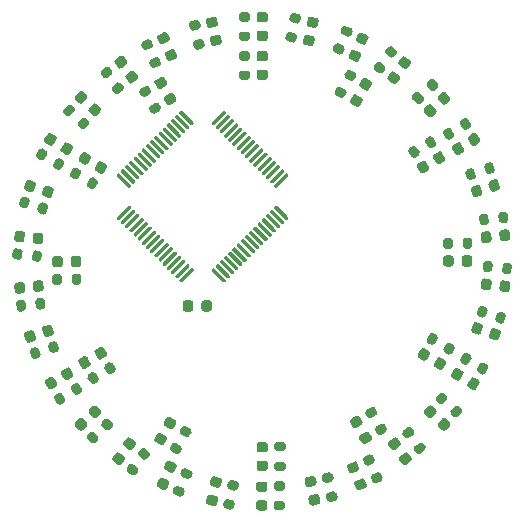
<source format=gbr>
%TF.GenerationSoftware,KiCad,Pcbnew,5.1.8-1.fc33*%
%TF.CreationDate,2020-12-25T13:36:26+01:00*%
%TF.ProjectId,lightring,6c696768-7472-4696-9e67-2e6b69636164,rev?*%
%TF.SameCoordinates,Original*%
%TF.FileFunction,Paste,Top*%
%TF.FilePolarity,Positive*%
%FSLAX46Y46*%
G04 Gerber Fmt 4.6, Leading zero omitted, Abs format (unit mm)*
G04 Created by KiCad (PCBNEW 5.1.8-1.fc33) date 2020-12-25 13:36:26*
%MOMM*%
%LPD*%
G01*
G04 APERTURE LIST*
G04 APERTURE END LIST*
%TO.C,D1*%
G36*
G01*
X169743750Y-60500000D02*
X170256250Y-60500000D01*
G75*
G02*
X170475000Y-60718750I0J-218750D01*
G01*
X170475000Y-61156250D01*
G75*
G02*
X170256250Y-61375000I-218750J0D01*
G01*
X169743750Y-61375000D01*
G75*
G02*
X169525000Y-61156250I0J218750D01*
G01*
X169525000Y-60718750D01*
G75*
G02*
X169743750Y-60500000I218750J0D01*
G01*
G37*
G36*
G01*
X169743750Y-58925000D02*
X170256250Y-58925000D01*
G75*
G02*
X170475000Y-59143750I0J-218750D01*
G01*
X170475000Y-59581250D01*
G75*
G02*
X170256250Y-59800000I-218750J0D01*
G01*
X169743750Y-59800000D01*
G75*
G02*
X169525000Y-59581250I0J218750D01*
G01*
X169525000Y-59143750D01*
G75*
G02*
X169743750Y-58925000I218750J0D01*
G01*
G37*
%TD*%
%TO.C,D2*%
G36*
G01*
X173776581Y-60839074D02*
X174277882Y-60945629D01*
G75*
G02*
X174446371Y-61205080I-45481J-213970D01*
G01*
X174355410Y-61633019D01*
G75*
G02*
X174095959Y-61801508I-213970J45481D01*
G01*
X173594658Y-61694953D01*
G75*
G02*
X173426169Y-61435502I45481J213970D01*
G01*
X173517130Y-61007563D01*
G75*
G02*
X173776581Y-60839074I213970J-45481D01*
G01*
G37*
G36*
G01*
X174104041Y-59298492D02*
X174605342Y-59405047D01*
G75*
G02*
X174773831Y-59664498I-45481J-213970D01*
G01*
X174682870Y-60092437D01*
G75*
G02*
X174423419Y-60260926I-213970J45481D01*
G01*
X173922118Y-60154371D01*
G75*
G02*
X173753629Y-59894920I45481J213970D01*
G01*
X173844590Y-59466981D01*
G75*
G02*
X174104041Y-59298492I213970J-45481D01*
G01*
G37*
%TD*%
%TO.C,D3*%
G36*
G01*
X177773547Y-62115515D02*
X178241739Y-62323967D01*
G75*
G02*
X178352603Y-62612779I-88974J-199838D01*
G01*
X178174655Y-63012455D01*
G75*
G02*
X177885843Y-63123319I-199838J88974D01*
G01*
X177417651Y-62914867D01*
G75*
G02*
X177306787Y-62626055I88974J199838D01*
G01*
X177484735Y-62226379D01*
G75*
G02*
X177773547Y-62115515I199838J-88974D01*
G01*
G37*
G36*
G01*
X178414157Y-60676681D02*
X178882349Y-60885133D01*
G75*
G02*
X178993213Y-61173945I-88974J-199838D01*
G01*
X178815265Y-61573621D01*
G75*
G02*
X178526453Y-61684485I-199838J88974D01*
G01*
X178058261Y-61476033D01*
G75*
G02*
X177947397Y-61187221I88974J199838D01*
G01*
X178125345Y-60787545D01*
G75*
G02*
X178414157Y-60676681I199838J-88974D01*
G01*
G37*
%TD*%
%TO.C,D4*%
G36*
G01*
X181186964Y-63982537D02*
X181601586Y-64283777D01*
G75*
G02*
X181649980Y-64589327I-128578J-176972D01*
G01*
X181392824Y-64943271D01*
G75*
G02*
X181087274Y-64991665I-176972J128578D01*
G01*
X180672652Y-64690425D01*
G75*
G02*
X180624258Y-64384875I128578J176972D01*
G01*
X180881414Y-64030931D01*
G75*
G02*
X181186964Y-63982537I176972J-128578D01*
G01*
G37*
G36*
G01*
X182112726Y-62708335D02*
X182527348Y-63009575D01*
G75*
G02*
X182575742Y-63315125I-128578J-176972D01*
G01*
X182318586Y-63669069D01*
G75*
G02*
X182013036Y-63717463I-176972J128578D01*
G01*
X181598414Y-63416223D01*
G75*
G02*
X181550020Y-63110673I128578J176972D01*
G01*
X181807176Y-62756729D01*
G75*
G02*
X182112726Y-62708335I176972J-128578D01*
G01*
G37*
%TD*%
%TO.C,D5*%
G36*
G01*
X184368434Y-66793765D02*
X184711364Y-67174627D01*
G75*
G02*
X184695173Y-67483562I-162563J-146372D01*
G01*
X184370047Y-67776306D01*
G75*
G02*
X184061112Y-67760115I-146372J162563D01*
G01*
X183718182Y-67379253D01*
G75*
G02*
X183734373Y-67070318I162563J146372D01*
G01*
X184059499Y-66777574D01*
G75*
G02*
X184368434Y-66793765I146372J-162563D01*
G01*
G37*
G36*
G01*
X185538888Y-65739885D02*
X185881818Y-66120747D01*
G75*
G02*
X185865627Y-66429682I-162563J-146372D01*
G01*
X185540501Y-66722426D01*
G75*
G02*
X185231566Y-66706235I-146372J162563D01*
G01*
X184888636Y-66325373D01*
G75*
G02*
X184904827Y-66016438I162563J146372D01*
G01*
X185229953Y-65723694D01*
G75*
G02*
X185538888Y-65739885I146372J-162563D01*
G01*
G37*
%TD*%
%TO.C,D6*%
G36*
G01*
X186818766Y-70053081D02*
X187075016Y-70496919D01*
G75*
G02*
X186994948Y-70795737I-189443J-109375D01*
G01*
X186616062Y-71014487D01*
G75*
G02*
X186317244Y-70934419I-109375J189443D01*
G01*
X186060994Y-70490581D01*
G75*
G02*
X186141062Y-70191763I189443J109375D01*
G01*
X186519948Y-69973013D01*
G75*
G02*
X186818766Y-70053081I109375J-189443D01*
G01*
G37*
G36*
G01*
X188182756Y-69265581D02*
X188439006Y-69709419D01*
G75*
G02*
X188358938Y-70008237I-189443J-109375D01*
G01*
X187980052Y-70226987D01*
G75*
G02*
X187681234Y-70146919I-109375J189443D01*
G01*
X187424984Y-69703081D01*
G75*
G02*
X187505052Y-69404263I189443J109375D01*
G01*
X187883938Y-69185513D01*
G75*
G02*
X188182756Y-69265581I109375J-189443D01*
G01*
G37*
%TD*%
%TO.C,D7*%
G36*
G01*
X188487945Y-73714448D02*
X188646316Y-74201865D01*
G75*
G02*
X188505869Y-74477506I-208044J-67597D01*
G01*
X188089782Y-74612701D01*
G75*
G02*
X187814141Y-74472254I-67597J208044D01*
G01*
X187655770Y-73984837D01*
G75*
G02*
X187796217Y-73709196I208044J67597D01*
G01*
X188212304Y-73574001D01*
G75*
G02*
X188487945Y-73714448I67597J-208044D01*
G01*
G37*
G36*
G01*
X189985859Y-73227746D02*
X190144230Y-73715163D01*
G75*
G02*
X190003783Y-73990804I-208044J-67597D01*
G01*
X189587696Y-74125999D01*
G75*
G02*
X189312055Y-73985552I-67597J208044D01*
G01*
X189153684Y-73498135D01*
G75*
G02*
X189294131Y-73222494I208044J67597D01*
G01*
X189710218Y-73087299D01*
G75*
G02*
X189985859Y-73227746I67597J-208044D01*
G01*
G37*
%TD*%
%TO.C,D8*%
G36*
G01*
X189375132Y-77681738D02*
X189428703Y-78191431D01*
G75*
G02*
X189234017Y-78431849I-217552J-22866D01*
G01*
X188798914Y-78477580D01*
G75*
G02*
X188558496Y-78282894I-22866J217552D01*
G01*
X188504925Y-77773201D01*
G75*
G02*
X188699611Y-77532783I217552J22866D01*
G01*
X189134714Y-77487052D01*
G75*
G02*
X189375132Y-77681738I22866J-217552D01*
G01*
G37*
G36*
G01*
X190941504Y-77517106D02*
X190995075Y-78026799D01*
G75*
G02*
X190800389Y-78267217I-217552J-22866D01*
G01*
X190365286Y-78312948D01*
G75*
G02*
X190124868Y-78118262I-22866J217552D01*
G01*
X190071297Y-77608569D01*
G75*
G02*
X190265983Y-77368151I217552J22866D01*
G01*
X190701086Y-77322420D01*
G75*
G02*
X190941504Y-77517106I22866J-217552D01*
G01*
G37*
%TD*%
%TO.C,D9*%
G36*
G01*
X189428703Y-81758569D02*
X189375132Y-82268262D01*
G75*
G02*
X189134714Y-82462948I-217552J22866D01*
G01*
X188699611Y-82417217D01*
G75*
G02*
X188504925Y-82176799I22866J217552D01*
G01*
X188558496Y-81667106D01*
G75*
G02*
X188798914Y-81472420I217552J-22866D01*
G01*
X189234017Y-81518151D01*
G75*
G02*
X189428703Y-81758569I-22866J-217552D01*
G01*
G37*
G36*
G01*
X190995075Y-81923201D02*
X190941504Y-82432894D01*
G75*
G02*
X190701086Y-82627580I-217552J22866D01*
G01*
X190265983Y-82581849D01*
G75*
G02*
X190071297Y-82341431I22866J217552D01*
G01*
X190124868Y-81831738D01*
G75*
G02*
X190365286Y-81637052I217552J-22866D01*
G01*
X190800389Y-81682783D01*
G75*
G02*
X190995075Y-81923201I-22866J-217552D01*
G01*
G37*
%TD*%
%TO.C,D10*%
G36*
G01*
X188696316Y-85598135D02*
X188537945Y-86085552D01*
G75*
G02*
X188262304Y-86225999I-208044J67597D01*
G01*
X187846217Y-86090804D01*
G75*
G02*
X187705770Y-85815163I67597J208044D01*
G01*
X187864141Y-85327746D01*
G75*
G02*
X188139782Y-85187299I208044J-67597D01*
G01*
X188555869Y-85322494D01*
G75*
G02*
X188696316Y-85598135I-67597J-208044D01*
G01*
G37*
G36*
G01*
X190194230Y-86084837D02*
X190035859Y-86572254D01*
G75*
G02*
X189760218Y-86712701I-208044J67597D01*
G01*
X189344131Y-86577506D01*
G75*
G02*
X189203684Y-86301865I67597J208044D01*
G01*
X189362055Y-85814448D01*
G75*
G02*
X189637696Y-85674001I208044J-67597D01*
G01*
X190053783Y-85809196D01*
G75*
G02*
X190194230Y-86084837I-67597J-208044D01*
G01*
G37*
%TD*%
%TO.C,D11*%
G36*
G01*
X187025016Y-89603081D02*
X186768766Y-90046919D01*
G75*
G02*
X186469948Y-90126987I-189443J109375D01*
G01*
X186091062Y-89908237D01*
G75*
G02*
X186010994Y-89609419I109375J189443D01*
G01*
X186267244Y-89165581D01*
G75*
G02*
X186566062Y-89085513I189443J-109375D01*
G01*
X186944948Y-89304263D01*
G75*
G02*
X187025016Y-89603081I-109375J-189443D01*
G01*
G37*
G36*
G01*
X188389006Y-90390581D02*
X188132756Y-90834419D01*
G75*
G02*
X187833938Y-90914487I-189443J109375D01*
G01*
X187455052Y-90695737D01*
G75*
G02*
X187374984Y-90396919I109375J189443D01*
G01*
X187631234Y-89953081D01*
G75*
G02*
X187930052Y-89873013I189443J-109375D01*
G01*
X188308938Y-90091763D01*
G75*
G02*
X188389006Y-90390581I-109375J-189443D01*
G01*
G37*
%TD*%
%TO.C,D12*%
G36*
G01*
X184711364Y-92875373D02*
X184368434Y-93256235D01*
G75*
G02*
X184059499Y-93272426I-162563J146372D01*
G01*
X183734373Y-92979682D01*
G75*
G02*
X183718182Y-92670747I146372J162563D01*
G01*
X184061112Y-92289885D01*
G75*
G02*
X184370047Y-92273694I162563J-146372D01*
G01*
X184695173Y-92566438D01*
G75*
G02*
X184711364Y-92875373I-146372J-162563D01*
G01*
G37*
G36*
G01*
X185881818Y-93929253D02*
X185538888Y-94310115D01*
G75*
G02*
X185229953Y-94326306I-162563J146372D01*
G01*
X184904827Y-94033562D01*
G75*
G02*
X184888636Y-93724627I146372J162563D01*
G01*
X185231566Y-93343765D01*
G75*
G02*
X185540501Y-93327574I162563J-146372D01*
G01*
X185865627Y-93620318D01*
G75*
G02*
X185881818Y-93929253I-146372J-162563D01*
G01*
G37*
%TD*%
%TO.C,D13*%
G36*
G01*
X181651586Y-95666223D02*
X181236964Y-95967463D01*
G75*
G02*
X180931414Y-95919069I-128578J176972D01*
G01*
X180674258Y-95565125D01*
G75*
G02*
X180722652Y-95259575I176972J128578D01*
G01*
X181137274Y-94958335D01*
G75*
G02*
X181442824Y-95006729I128578J-176972D01*
G01*
X181699980Y-95360673D01*
G75*
G02*
X181651586Y-95666223I-176972J-128578D01*
G01*
G37*
G36*
G01*
X182577348Y-96940425D02*
X182162726Y-97241665D01*
G75*
G02*
X181857176Y-97193271I-128578J176972D01*
G01*
X181600020Y-96839327D01*
G75*
G02*
X181648414Y-96533777I176972J128578D01*
G01*
X182063036Y-96232537D01*
G75*
G02*
X182368586Y-96280931I128578J-176972D01*
G01*
X182625742Y-96634875D01*
G75*
G02*
X182577348Y-96940425I-176972J-128578D01*
G01*
G37*
%TD*%
%TO.C,D14*%
G36*
G01*
X178091739Y-97776033D02*
X177623547Y-97984485D01*
G75*
G02*
X177334735Y-97873621I-88974J199838D01*
G01*
X177156787Y-97473945D01*
G75*
G02*
X177267651Y-97185133I199838J88974D01*
G01*
X177735843Y-96976681D01*
G75*
G02*
X178024655Y-97087545I88974J-199838D01*
G01*
X178202603Y-97487221D01*
G75*
G02*
X178091739Y-97776033I-199838J-88974D01*
G01*
G37*
G36*
G01*
X178732349Y-99214867D02*
X178264157Y-99423319D01*
G75*
G02*
X177975345Y-99312455I-88974J199838D01*
G01*
X177797397Y-98912779D01*
G75*
G02*
X177908261Y-98623967I199838J88974D01*
G01*
X178376453Y-98415515D01*
G75*
G02*
X178665265Y-98526379I88974J-199838D01*
G01*
X178843213Y-98926055D01*
G75*
G02*
X178732349Y-99214867I-199838J-88974D01*
G01*
G37*
%TD*%
%TO.C,D15*%
G36*
G01*
X174427882Y-99054371D02*
X173926581Y-99160926D01*
G75*
G02*
X173667130Y-98992437I-45481J213970D01*
G01*
X173576169Y-98564498D01*
G75*
G02*
X173744658Y-98305047I213970J45481D01*
G01*
X174245959Y-98198492D01*
G75*
G02*
X174505410Y-98366981I45481J-213970D01*
G01*
X174596371Y-98794920D01*
G75*
G02*
X174427882Y-99054371I-213970J-45481D01*
G01*
G37*
G36*
G01*
X174755342Y-100594953D02*
X174254041Y-100701508D01*
G75*
G02*
X173994590Y-100533019I-45481J213970D01*
G01*
X173903629Y-100105080D01*
G75*
G02*
X174072118Y-99845629I213970J45481D01*
G01*
X174573419Y-99739074D01*
G75*
G02*
X174832870Y-99907563I45481J-213970D01*
G01*
X174923831Y-100335502D01*
G75*
G02*
X174755342Y-100594953I-213970J-45481D01*
G01*
G37*
%TD*%
%TO.C,D16*%
G36*
G01*
X170206250Y-99550000D02*
X169693750Y-99550000D01*
G75*
G02*
X169475000Y-99331250I0J218750D01*
G01*
X169475000Y-98893750D01*
G75*
G02*
X169693750Y-98675000I218750J0D01*
G01*
X170206250Y-98675000D01*
G75*
G02*
X170425000Y-98893750I0J-218750D01*
G01*
X170425000Y-99331250D01*
G75*
G02*
X170206250Y-99550000I-218750J0D01*
G01*
G37*
G36*
G01*
X170206250Y-101125000D02*
X169693750Y-101125000D01*
G75*
G02*
X169475000Y-100906250I0J218750D01*
G01*
X169475000Y-100468750D01*
G75*
G02*
X169693750Y-100250000I218750J0D01*
G01*
X170206250Y-100250000D01*
G75*
G02*
X170425000Y-100468750I0J-218750D01*
G01*
X170425000Y-100906250D01*
G75*
G02*
X170206250Y-101125000I-218750J0D01*
G01*
G37*
%TD*%
%TO.C,D17*%
G36*
G01*
X166237149Y-99190635D02*
X165735848Y-99084080D01*
G75*
G02*
X165567359Y-98824629I45481J213970D01*
G01*
X165658320Y-98396690D01*
G75*
G02*
X165917771Y-98228201I213970J-45481D01*
G01*
X166419072Y-98334756D01*
G75*
G02*
X166587561Y-98594207I-45481J-213970D01*
G01*
X166496600Y-99022146D01*
G75*
G02*
X166237149Y-99190635I-213970J45481D01*
G01*
G37*
G36*
G01*
X165909689Y-100731217D02*
X165408388Y-100624662D01*
G75*
G02*
X165239899Y-100365211I45481J213970D01*
G01*
X165330860Y-99937272D01*
G75*
G02*
X165590311Y-99768783I213970J-45481D01*
G01*
X166091612Y-99875338D01*
G75*
G02*
X166260101Y-100134789I-45481J-213970D01*
G01*
X166169140Y-100562728D01*
G75*
G02*
X165909689Y-100731217I-213970J45481D01*
G01*
G37*
%TD*%
%TO.C,D18*%
G36*
G01*
X162276453Y-97934485D02*
X161808261Y-97726033D01*
G75*
G02*
X161697397Y-97437221I88974J199838D01*
G01*
X161875345Y-97037545D01*
G75*
G02*
X162164157Y-96926681I199838J-88974D01*
G01*
X162632349Y-97135133D01*
G75*
G02*
X162743213Y-97423945I-88974J-199838D01*
G01*
X162565265Y-97823621D01*
G75*
G02*
X162276453Y-97934485I-199838J88974D01*
G01*
G37*
G36*
G01*
X161635843Y-99373319D02*
X161167651Y-99164867D01*
G75*
G02*
X161056787Y-98876055I88974J199838D01*
G01*
X161234735Y-98476379D01*
G75*
G02*
X161523547Y-98365515I199838J-88974D01*
G01*
X161991739Y-98573967D01*
G75*
G02*
X162102603Y-98862779I-88974J-199838D01*
G01*
X161924655Y-99262455D01*
G75*
G02*
X161635843Y-99373319I-199838J88974D01*
G01*
G37*
%TD*%
%TO.C,D19*%
G36*
G01*
X158713036Y-95967463D02*
X158298414Y-95666223D01*
G75*
G02*
X158250020Y-95360673I128578J176972D01*
G01*
X158507176Y-95006729D01*
G75*
G02*
X158812726Y-94958335I176972J-128578D01*
G01*
X159227348Y-95259575D01*
G75*
G02*
X159275742Y-95565125I-128578J-176972D01*
G01*
X159018586Y-95919069D01*
G75*
G02*
X158713036Y-95967463I-176972J128578D01*
G01*
G37*
G36*
G01*
X157787274Y-97241665D02*
X157372652Y-96940425D01*
G75*
G02*
X157324258Y-96634875I128578J176972D01*
G01*
X157581414Y-96280931D01*
G75*
G02*
X157886964Y-96232537I176972J-128578D01*
G01*
X158301586Y-96533777D01*
G75*
G02*
X158349980Y-96839327I-128578J-176972D01*
G01*
X158092824Y-97193271D01*
G75*
G02*
X157787274Y-97241665I-176972J128578D01*
G01*
G37*
%TD*%
%TO.C,D20*%
G36*
G01*
X155681566Y-93256235D02*
X155338636Y-92875373D01*
G75*
G02*
X155354827Y-92566438I162563J146372D01*
G01*
X155679953Y-92273694D01*
G75*
G02*
X155988888Y-92289885I146372J-162563D01*
G01*
X156331818Y-92670747D01*
G75*
G02*
X156315627Y-92979682I-162563J-146372D01*
G01*
X155990501Y-93272426D01*
G75*
G02*
X155681566Y-93256235I-146372J162563D01*
G01*
G37*
G36*
G01*
X154511112Y-94310115D02*
X154168182Y-93929253D01*
G75*
G02*
X154184373Y-93620318I162563J146372D01*
G01*
X154509499Y-93327574D01*
G75*
G02*
X154818434Y-93343765I146372J-162563D01*
G01*
X155161364Y-93724627D01*
G75*
G02*
X155145173Y-94033562I-162563J-146372D01*
G01*
X154820047Y-94326306D01*
G75*
G02*
X154511112Y-94310115I-146372J162563D01*
G01*
G37*
%TD*%
%TO.C,D21*%
G36*
G01*
X153231234Y-89996919D02*
X152974984Y-89553081D01*
G75*
G02*
X153055052Y-89254263I189443J109375D01*
G01*
X153433938Y-89035513D01*
G75*
G02*
X153732756Y-89115581I109375J-189443D01*
G01*
X153989006Y-89559419D01*
G75*
G02*
X153908938Y-89858237I-189443J-109375D01*
G01*
X153530052Y-90076987D01*
G75*
G02*
X153231234Y-89996919I-109375J189443D01*
G01*
G37*
G36*
G01*
X151867244Y-90784419D02*
X151610994Y-90340581D01*
G75*
G02*
X151691062Y-90041763I189443J109375D01*
G01*
X152069948Y-89823013D01*
G75*
G02*
X152368766Y-89903081I109375J-189443D01*
G01*
X152625016Y-90346919D01*
G75*
G02*
X152544948Y-90645737I-189443J-109375D01*
G01*
X152166062Y-90864487D01*
G75*
G02*
X151867244Y-90784419I-109375J189443D01*
G01*
G37*
%TD*%
%TO.C,D22*%
G36*
G01*
X151512055Y-86285552D02*
X151353684Y-85798135D01*
G75*
G02*
X151494131Y-85522494I208044J67597D01*
G01*
X151910218Y-85387299D01*
G75*
G02*
X152185859Y-85527746I67597J-208044D01*
G01*
X152344230Y-86015163D01*
G75*
G02*
X152203783Y-86290804I-208044J-67597D01*
G01*
X151787696Y-86425999D01*
G75*
G02*
X151512055Y-86285552I-67597J208044D01*
G01*
G37*
G36*
G01*
X150014141Y-86772254D02*
X149855770Y-86284837D01*
G75*
G02*
X149996217Y-86009196I208044J67597D01*
G01*
X150412304Y-85874001D01*
G75*
G02*
X150687945Y-86014448I67597J-208044D01*
G01*
X150846316Y-86501865D01*
G75*
G02*
X150705869Y-86777506I-208044J-67597D01*
G01*
X150289782Y-86912701D01*
G75*
G02*
X150014141Y-86772254I-67597J208044D01*
G01*
G37*
%TD*%
%TO.C,D23*%
G36*
G01*
X150624868Y-82418262D02*
X150571297Y-81908569D01*
G75*
G02*
X150765983Y-81668151I217552J22866D01*
G01*
X151201086Y-81622420D01*
G75*
G02*
X151441504Y-81817106I22866J-217552D01*
G01*
X151495075Y-82326799D01*
G75*
G02*
X151300389Y-82567217I-217552J-22866D01*
G01*
X150865286Y-82612948D01*
G75*
G02*
X150624868Y-82418262I-22866J217552D01*
G01*
G37*
G36*
G01*
X149058496Y-82582894D02*
X149004925Y-82073201D01*
G75*
G02*
X149199611Y-81832783I217552J22866D01*
G01*
X149634714Y-81787052D01*
G75*
G02*
X149875132Y-81981738I22866J-217552D01*
G01*
X149928703Y-82491431D01*
G75*
G02*
X149734017Y-82731849I-217552J-22866D01*
G01*
X149298914Y-82777580D01*
G75*
G02*
X149058496Y-82582894I-22866J217552D01*
G01*
G37*
%TD*%
%TO.C,D24*%
G36*
G01*
X150558797Y-78291431D02*
X150612368Y-77781738D01*
G75*
G02*
X150852786Y-77587052I217552J-22866D01*
G01*
X151287889Y-77632783D01*
G75*
G02*
X151482575Y-77873201I-22866J-217552D01*
G01*
X151429004Y-78382894D01*
G75*
G02*
X151188586Y-78577580I-217552J22866D01*
G01*
X150753483Y-78531849D01*
G75*
G02*
X150558797Y-78291431I22866J217552D01*
G01*
G37*
G36*
G01*
X148992425Y-78126799D02*
X149045996Y-77617106D01*
G75*
G02*
X149286414Y-77422420I217552J-22866D01*
G01*
X149721517Y-77468151D01*
G75*
G02*
X149916203Y-77708569I-22866J-217552D01*
G01*
X149862632Y-78218262D01*
G75*
G02*
X149622214Y-78412948I-217552J22866D01*
G01*
X149187111Y-78367217D01*
G75*
G02*
X148992425Y-78126799I22866J217552D01*
G01*
G37*
%TD*%
%TO.C,D25*%
G36*
G01*
X151353684Y-74251865D02*
X151512055Y-73764448D01*
G75*
G02*
X151787696Y-73624001I208044J-67597D01*
G01*
X152203783Y-73759196D01*
G75*
G02*
X152344230Y-74034837I-67597J-208044D01*
G01*
X152185859Y-74522254D01*
G75*
G02*
X151910218Y-74662701I-208044J67597D01*
G01*
X151494131Y-74527506D01*
G75*
G02*
X151353684Y-74251865I67597J208044D01*
G01*
G37*
G36*
G01*
X149855770Y-73765163D02*
X150014141Y-73277746D01*
G75*
G02*
X150289782Y-73137299I208044J-67597D01*
G01*
X150705869Y-73272494D01*
G75*
G02*
X150846316Y-73548135I-67597J-208044D01*
G01*
X150687945Y-74035552D01*
G75*
G02*
X150412304Y-74175999I-208044J67597D01*
G01*
X149996217Y-74040804D01*
G75*
G02*
X149855770Y-73765163I67597J208044D01*
G01*
G37*
%TD*%
%TO.C,D26*%
G36*
G01*
X152924984Y-70496919D02*
X153181234Y-70053081D01*
G75*
G02*
X153480052Y-69973013I189443J-109375D01*
G01*
X153858938Y-70191763D01*
G75*
G02*
X153939006Y-70490581I-109375J-189443D01*
G01*
X153682756Y-70934419D01*
G75*
G02*
X153383938Y-71014487I-189443J109375D01*
G01*
X153005052Y-70795737D01*
G75*
G02*
X152924984Y-70496919I109375J189443D01*
G01*
G37*
G36*
G01*
X151560994Y-69709419D02*
X151817244Y-69265581D01*
G75*
G02*
X152116062Y-69185513I189443J-109375D01*
G01*
X152494948Y-69404263D01*
G75*
G02*
X152575016Y-69703081I-109375J-189443D01*
G01*
X152318766Y-70146919D01*
G75*
G02*
X152019948Y-70226987I-189443J109375D01*
G01*
X151641062Y-70008237D01*
G75*
G02*
X151560994Y-69709419I109375J189443D01*
G01*
G37*
%TD*%
%TO.C,D27*%
G36*
G01*
X155323863Y-67101567D02*
X155666793Y-66720705D01*
G75*
G02*
X155975728Y-66704514I162563J-146372D01*
G01*
X156300854Y-66997258D01*
G75*
G02*
X156317045Y-67306193I-146372J-162563D01*
G01*
X155974115Y-67687055D01*
G75*
G02*
X155665180Y-67703246I-162563J146372D01*
G01*
X155340054Y-67410502D01*
G75*
G02*
X155323863Y-67101567I146372J162563D01*
G01*
G37*
G36*
G01*
X154153409Y-66047687D02*
X154496339Y-65666825D01*
G75*
G02*
X154805274Y-65650634I162563J-146372D01*
G01*
X155130400Y-65943378D01*
G75*
G02*
X155146591Y-66252313I-146372J-162563D01*
G01*
X154803661Y-66633175D01*
G75*
G02*
X154494726Y-66649366I-162563J146372D01*
G01*
X154169600Y-66356622D01*
G75*
G02*
X154153409Y-66047687I146372J162563D01*
G01*
G37*
%TD*%
%TO.C,D28*%
G36*
G01*
X158498414Y-64233777D02*
X158913036Y-63932537D01*
G75*
G02*
X159218586Y-63980931I128578J-176972D01*
G01*
X159475742Y-64334875D01*
G75*
G02*
X159427348Y-64640425I-176972J-128578D01*
G01*
X159012726Y-64941665D01*
G75*
G02*
X158707176Y-64893271I-128578J176972D01*
G01*
X158450020Y-64539327D01*
G75*
G02*
X158498414Y-64233777I176972J128578D01*
G01*
G37*
G36*
G01*
X157572652Y-62959575D02*
X157987274Y-62658335D01*
G75*
G02*
X158292824Y-62706729I128578J-176972D01*
G01*
X158549980Y-63060673D01*
G75*
G02*
X158501586Y-63366223I-176972J-128578D01*
G01*
X158086964Y-63667463D01*
G75*
G02*
X157781414Y-63619069I-128578J176972D01*
G01*
X157524258Y-63265125D01*
G75*
G02*
X157572652Y-62959575I176972J128578D01*
G01*
G37*
%TD*%
%TO.C,D29*%
G36*
G01*
X161858261Y-62273967D02*
X162326453Y-62065515D01*
G75*
G02*
X162615265Y-62176379I88974J-199838D01*
G01*
X162793213Y-62576055D01*
G75*
G02*
X162682349Y-62864867I-199838J-88974D01*
G01*
X162214157Y-63073319D01*
G75*
G02*
X161925345Y-62962455I-88974J199838D01*
G01*
X161747397Y-62562779D01*
G75*
G02*
X161858261Y-62273967I199838J88974D01*
G01*
G37*
G36*
G01*
X161217651Y-60835133D02*
X161685843Y-60626681D01*
G75*
G02*
X161974655Y-60737545I88974J-199838D01*
G01*
X162152603Y-61137221D01*
G75*
G02*
X162041739Y-61426033I-199838J-88974D01*
G01*
X161573547Y-61634485D01*
G75*
G02*
X161284735Y-61523621I-88974J199838D01*
G01*
X161106787Y-61123945D01*
G75*
G02*
X161217651Y-60835133I199838J88974D01*
G01*
G37*
%TD*%
%TO.C,D30*%
G36*
G01*
X165722118Y-60945629D02*
X166223419Y-60839074D01*
G75*
G02*
X166482870Y-61007563I45481J-213970D01*
G01*
X166573831Y-61435502D01*
G75*
G02*
X166405342Y-61694953I-213970J-45481D01*
G01*
X165904041Y-61801508D01*
G75*
G02*
X165644590Y-61633019I-45481J213970D01*
G01*
X165553629Y-61205080D01*
G75*
G02*
X165722118Y-60945629I213970J45481D01*
G01*
G37*
G36*
G01*
X165394658Y-59405047D02*
X165895959Y-59298492D01*
G75*
G02*
X166155410Y-59466981I45481J-213970D01*
G01*
X166246371Y-59894920D01*
G75*
G02*
X166077882Y-60154371I-213970J-45481D01*
G01*
X165576581Y-60260926D01*
G75*
G02*
X165317130Y-60092437I-45481J213970D01*
G01*
X165226169Y-59664498D01*
G75*
G02*
X165394658Y-59405047I213970J45481D01*
G01*
G37*
%TD*%
%TO.C,D31*%
G36*
G01*
X169743750Y-63787500D02*
X170256250Y-63787500D01*
G75*
G02*
X170475000Y-64006250I0J-218750D01*
G01*
X170475000Y-64443750D01*
G75*
G02*
X170256250Y-64662500I-218750J0D01*
G01*
X169743750Y-64662500D01*
G75*
G02*
X169525000Y-64443750I0J218750D01*
G01*
X169525000Y-64006250D01*
G75*
G02*
X169743750Y-63787500I218750J0D01*
G01*
G37*
G36*
G01*
X169743750Y-62212500D02*
X170256250Y-62212500D01*
G75*
G02*
X170475000Y-62431250I0J-218750D01*
G01*
X170475000Y-62868750D01*
G75*
G02*
X170256250Y-63087500I-218750J0D01*
G01*
X169743750Y-63087500D01*
G75*
G02*
X169525000Y-62868750I0J218750D01*
G01*
X169525000Y-62431250D01*
G75*
G02*
X169743750Y-62212500I218750J0D01*
G01*
G37*
%TD*%
%TO.C,D32*%
G36*
G01*
X177959331Y-65906979D02*
X178403169Y-66163229D01*
G75*
G02*
X178483237Y-66462047I-109375J-189443D01*
G01*
X178264487Y-66840933D01*
G75*
G02*
X177965669Y-66921001I-189443J109375D01*
G01*
X177521831Y-66664751D01*
G75*
G02*
X177441763Y-66365933I109375J189443D01*
G01*
X177660513Y-65987047D01*
G75*
G02*
X177959331Y-65906979I189443J-109375D01*
G01*
G37*
G36*
G01*
X178746831Y-64542989D02*
X179190669Y-64799239D01*
G75*
G02*
X179270737Y-65098057I-109375J-189443D01*
G01*
X179051987Y-65476943D01*
G75*
G02*
X178753169Y-65557011I-189443J109375D01*
G01*
X178309331Y-65300761D01*
G75*
G02*
X178229263Y-65001943I109375J189443D01*
G01*
X178448013Y-64623057D01*
G75*
G02*
X178746831Y-64542989I189443J-109375D01*
G01*
G37*
%TD*%
%TO.C,D33*%
G36*
G01*
X183868766Y-71603081D02*
X184125016Y-72046919D01*
G75*
G02*
X184044948Y-72345737I-189443J-109375D01*
G01*
X183666062Y-72564487D01*
G75*
G02*
X183367244Y-72484419I-109375J189443D01*
G01*
X183110994Y-72040581D01*
G75*
G02*
X183191062Y-71741763I189443J109375D01*
G01*
X183569948Y-71523013D01*
G75*
G02*
X183868766Y-71603081I109375J-189443D01*
G01*
G37*
G36*
G01*
X185232756Y-70815581D02*
X185489006Y-71259419D01*
G75*
G02*
X185408938Y-71558237I-189443J-109375D01*
G01*
X185030052Y-71776987D01*
G75*
G02*
X184731234Y-71696919I-109375J189443D01*
G01*
X184474984Y-71253081D01*
G75*
G02*
X184555052Y-70954263I189443J109375D01*
G01*
X184933938Y-70735513D01*
G75*
G02*
X185232756Y-70815581I109375J-189443D01*
G01*
G37*
%TD*%
%TO.C,D34*%
G36*
G01*
X186200000Y-79743750D02*
X186200000Y-80256250D01*
G75*
G02*
X185981250Y-80475000I-218750J0D01*
G01*
X185543750Y-80475000D01*
G75*
G02*
X185325000Y-80256250I0J218750D01*
G01*
X185325000Y-79743750D01*
G75*
G02*
X185543750Y-79525000I218750J0D01*
G01*
X185981250Y-79525000D01*
G75*
G02*
X186200000Y-79743750I0J-218750D01*
G01*
G37*
G36*
G01*
X187775000Y-79743750D02*
X187775000Y-80256250D01*
G75*
G02*
X187556250Y-80475000I-218750J0D01*
G01*
X187118750Y-80475000D01*
G75*
G02*
X186900000Y-80256250I0J218750D01*
G01*
X186900000Y-79743750D01*
G75*
G02*
X187118750Y-79525000I218750J0D01*
G01*
X187556250Y-79525000D01*
G75*
G02*
X187775000Y-79743750I0J-218750D01*
G01*
G37*
%TD*%
%TO.C,D35*%
G36*
G01*
X184175016Y-87903081D02*
X183918766Y-88346919D01*
G75*
G02*
X183619948Y-88426987I-189443J109375D01*
G01*
X183241062Y-88208237D01*
G75*
G02*
X183160994Y-87909419I109375J189443D01*
G01*
X183417244Y-87465581D01*
G75*
G02*
X183716062Y-87385513I189443J-109375D01*
G01*
X184094948Y-87604263D01*
G75*
G02*
X184175016Y-87903081I-109375J-189443D01*
G01*
G37*
G36*
G01*
X185539006Y-88690581D02*
X185282756Y-89134419D01*
G75*
G02*
X184983938Y-89214487I-189443J109375D01*
G01*
X184605052Y-88995737D01*
G75*
G02*
X184524984Y-88696919I109375J189443D01*
G01*
X184781234Y-88253081D01*
G75*
G02*
X185080052Y-88173013I189443J-109375D01*
G01*
X185458938Y-88391763D01*
G75*
G02*
X185539006Y-88690581I-109375J-189443D01*
G01*
G37*
%TD*%
%TO.C,D36*%
G36*
G01*
X178396919Y-93868766D02*
X177953081Y-94125016D01*
G75*
G02*
X177654263Y-94044948I-109375J189443D01*
G01*
X177435513Y-93666062D01*
G75*
G02*
X177515581Y-93367244I189443J109375D01*
G01*
X177959419Y-93110994D01*
G75*
G02*
X178258237Y-93191062I109375J-189443D01*
G01*
X178476987Y-93569948D01*
G75*
G02*
X178396919Y-93868766I-189443J-109375D01*
G01*
G37*
G36*
G01*
X179184419Y-95232756D02*
X178740581Y-95489006D01*
G75*
G02*
X178441763Y-95408938I-109375J189443D01*
G01*
X178223013Y-95030052D01*
G75*
G02*
X178303081Y-94731234I189443J109375D01*
G01*
X178746919Y-94474984D01*
G75*
G02*
X179045737Y-94555052I109375J-189443D01*
G01*
X179264487Y-94933938D01*
G75*
G02*
X179184419Y-95232756I-189443J-109375D01*
G01*
G37*
%TD*%
%TO.C,D37*%
G36*
G01*
X170256250Y-96200000D02*
X169743750Y-96200000D01*
G75*
G02*
X169525000Y-95981250I0J218750D01*
G01*
X169525000Y-95543750D01*
G75*
G02*
X169743750Y-95325000I218750J0D01*
G01*
X170256250Y-95325000D01*
G75*
G02*
X170475000Y-95543750I0J-218750D01*
G01*
X170475000Y-95981250D01*
G75*
G02*
X170256250Y-96200000I-218750J0D01*
G01*
G37*
G36*
G01*
X170256250Y-97775000D02*
X169743750Y-97775000D01*
G75*
G02*
X169525000Y-97556250I0J218750D01*
G01*
X169525000Y-97118750D01*
G75*
G02*
X169743750Y-96900000I218750J0D01*
G01*
X170256250Y-96900000D01*
G75*
G02*
X170475000Y-97118750I0J-218750D01*
G01*
X170475000Y-97556250D01*
G75*
G02*
X170256250Y-97775000I-218750J0D01*
G01*
G37*
%TD*%
%TO.C,D38*%
G36*
G01*
X162196919Y-94225016D02*
X161753081Y-93968766D01*
G75*
G02*
X161673013Y-93669948I109375J189443D01*
G01*
X161891763Y-93291062D01*
G75*
G02*
X162190581Y-93210994I189443J-109375D01*
G01*
X162634419Y-93467244D01*
G75*
G02*
X162714487Y-93766062I-109375J-189443D01*
G01*
X162495737Y-94144948D01*
G75*
G02*
X162196919Y-94225016I-189443J109375D01*
G01*
G37*
G36*
G01*
X161409419Y-95589006D02*
X160965581Y-95332756D01*
G75*
G02*
X160885513Y-95033938I109375J189443D01*
G01*
X161104263Y-94655052D01*
G75*
G02*
X161403081Y-94574984I189443J-109375D01*
G01*
X161846919Y-94831234D01*
G75*
G02*
X161926987Y-95130052I-109375J-189443D01*
G01*
X161708237Y-95508938D01*
G75*
G02*
X161409419Y-95589006I-189443J109375D01*
G01*
G37*
%TD*%
%TO.C,D39*%
G36*
G01*
X156063229Y-88253169D02*
X155806979Y-87809331D01*
G75*
G02*
X155887047Y-87510513I189443J109375D01*
G01*
X156265933Y-87291763D01*
G75*
G02*
X156564751Y-87371831I109375J-189443D01*
G01*
X156821001Y-87815669D01*
G75*
G02*
X156740933Y-88114487I-189443J-109375D01*
G01*
X156362047Y-88333237D01*
G75*
G02*
X156063229Y-88253169I-109375J189443D01*
G01*
G37*
G36*
G01*
X154699239Y-89040669D02*
X154442989Y-88596831D01*
G75*
G02*
X154523057Y-88298013I189443J109375D01*
G01*
X154901943Y-88079263D01*
G75*
G02*
X155200761Y-88159331I109375J-189443D01*
G01*
X155457011Y-88603169D01*
G75*
G02*
X155376943Y-88901987I-189443J-109375D01*
G01*
X154998057Y-89120737D01*
G75*
G02*
X154699239Y-89040669I-109375J189443D01*
G01*
G37*
%TD*%
%TO.C,D40*%
G36*
G01*
X153800000Y-80306250D02*
X153800000Y-79793750D01*
G75*
G02*
X154018750Y-79575000I218750J0D01*
G01*
X154456250Y-79575000D01*
G75*
G02*
X154675000Y-79793750I0J-218750D01*
G01*
X154675000Y-80306250D01*
G75*
G02*
X154456250Y-80525000I-218750J0D01*
G01*
X154018750Y-80525000D01*
G75*
G02*
X153800000Y-80306250I0J218750D01*
G01*
G37*
G36*
G01*
X152225000Y-80306250D02*
X152225000Y-79793750D01*
G75*
G02*
X152443750Y-79575000I218750J0D01*
G01*
X152881250Y-79575000D01*
G75*
G02*
X153100000Y-79793750I0J-218750D01*
G01*
X153100000Y-80306250D01*
G75*
G02*
X152881250Y-80525000I-218750J0D01*
G01*
X152443750Y-80525000D01*
G75*
G02*
X152225000Y-80306250I0J218750D01*
G01*
G37*
%TD*%
%TO.C,D41*%
G36*
G01*
X155824984Y-72096919D02*
X156081234Y-71653081D01*
G75*
G02*
X156380052Y-71573013I189443J-109375D01*
G01*
X156758938Y-71791763D01*
G75*
G02*
X156839006Y-72090581I-109375J-189443D01*
G01*
X156582756Y-72534419D01*
G75*
G02*
X156283938Y-72614487I-189443J109375D01*
G01*
X155905052Y-72395737D01*
G75*
G02*
X155824984Y-72096919I109375J189443D01*
G01*
G37*
G36*
G01*
X154460994Y-71309419D02*
X154717244Y-70865581D01*
G75*
G02*
X155016062Y-70785513I189443J-109375D01*
G01*
X155394948Y-71004263D01*
G75*
G02*
X155475016Y-71303081I-109375J-189443D01*
G01*
X155218766Y-71746919D01*
G75*
G02*
X154919948Y-71826987I-189443J109375D01*
G01*
X154541062Y-71608237D01*
G75*
G02*
X154460994Y-71309419I109375J189443D01*
G01*
G37*
%TD*%
%TO.C,D42*%
G36*
G01*
X161753081Y-66031234D02*
X162196919Y-65774984D01*
G75*
G02*
X162495737Y-65855052I109375J-189443D01*
G01*
X162714487Y-66233938D01*
G75*
G02*
X162634419Y-66532756I-189443J-109375D01*
G01*
X162190581Y-66789006D01*
G75*
G02*
X161891763Y-66708938I-109375J189443D01*
G01*
X161673013Y-66330052D01*
G75*
G02*
X161753081Y-66031234I189443J109375D01*
G01*
G37*
G36*
G01*
X160965581Y-64667244D02*
X161409419Y-64410994D01*
G75*
G02*
X161708237Y-64491062I109375J-189443D01*
G01*
X161926987Y-64869948D01*
G75*
G02*
X161846919Y-65168766I-189443J-109375D01*
G01*
X161403081Y-65425016D01*
G75*
G02*
X161104263Y-65344948I-109375J189443D01*
G01*
X160885513Y-64966062D01*
G75*
G02*
X160965581Y-64667244I189443J109375D01*
G01*
G37*
%TD*%
%TO.C,R1*%
G36*
G01*
X168225000Y-58925000D02*
X168775000Y-58925000D01*
G75*
G02*
X168975000Y-59125000I0J-200000D01*
G01*
X168975000Y-59525000D01*
G75*
G02*
X168775000Y-59725000I-200000J0D01*
G01*
X168225000Y-59725000D01*
G75*
G02*
X168025000Y-59525000I0J200000D01*
G01*
X168025000Y-59125000D01*
G75*
G02*
X168225000Y-58925000I200000J0D01*
G01*
G37*
G36*
G01*
X168225000Y-60575000D02*
X168775000Y-60575000D01*
G75*
G02*
X168975000Y-60775000I0J-200000D01*
G01*
X168975000Y-61175000D01*
G75*
G02*
X168775000Y-61375000I-200000J0D01*
G01*
X168225000Y-61375000D01*
G75*
G02*
X168025000Y-61175000I0J200000D01*
G01*
X168025000Y-60775000D01*
G75*
G02*
X168225000Y-60575000I200000J0D01*
G01*
G37*
%TD*%
%TO.C,R2*%
G36*
G01*
X172614174Y-59001565D02*
X173152155Y-59115916D01*
G75*
G02*
X173306203Y-59353128I-41582J-195630D01*
G01*
X173223038Y-59744387D01*
G75*
G02*
X172985826Y-59898435I-195630J41582D01*
G01*
X172447845Y-59784084D01*
G75*
G02*
X172293797Y-59546872I41582J195630D01*
G01*
X172376962Y-59155613D01*
G75*
G02*
X172614174Y-59001565I195630J-41582D01*
G01*
G37*
G36*
G01*
X172271120Y-60615509D02*
X172809101Y-60729860D01*
G75*
G02*
X172963149Y-60967072I-41582J-195630D01*
G01*
X172879984Y-61358331D01*
G75*
G02*
X172642772Y-61512379I-195630J41582D01*
G01*
X172104791Y-61398028D01*
G75*
G02*
X171950743Y-61160816I41582J195630D01*
G01*
X172033908Y-60769557D01*
G75*
G02*
X172271120Y-60615509I195630J-41582D01*
G01*
G37*
%TD*%
%TO.C,R3*%
G36*
G01*
X177047027Y-60069054D02*
X177549477Y-60292759D01*
G75*
G02*
X177650839Y-60556815I-81347J-182709D01*
G01*
X177488145Y-60922234D01*
G75*
G02*
X177224089Y-61023596I-182709J81347D01*
G01*
X176721639Y-60799891D01*
G75*
G02*
X176620277Y-60535835I81347J182709D01*
G01*
X176782971Y-60170416D01*
G75*
G02*
X177047027Y-60069054I182709J-81347D01*
G01*
G37*
G36*
G01*
X176375911Y-61576404D02*
X176878361Y-61800109D01*
G75*
G02*
X176979723Y-62064165I-81347J-182709D01*
G01*
X176817029Y-62429584D01*
G75*
G02*
X176552973Y-62530946I-182709J81347D01*
G01*
X176050523Y-62307241D01*
G75*
G02*
X175949161Y-62043185I81347J182709D01*
G01*
X176111855Y-61677766D01*
G75*
G02*
X176375911Y-61576404I182709J-81347D01*
G01*
G37*
%TD*%
%TO.C,R4*%
G36*
G01*
X180912634Y-61814753D02*
X181357594Y-62138035D01*
G75*
G02*
X181401840Y-62417395I-117557J-161803D01*
G01*
X181166726Y-62741001D01*
G75*
G02*
X180887366Y-62785247I-161803J117557D01*
G01*
X180442406Y-62461965D01*
G75*
G02*
X180398160Y-62182605I117557J161803D01*
G01*
X180633274Y-61858999D01*
G75*
G02*
X180912634Y-61814753I161803J-117557D01*
G01*
G37*
G36*
G01*
X179942788Y-63149631D02*
X180387748Y-63472913D01*
G75*
G02*
X180431994Y-63752273I-117557J-161803D01*
G01*
X180196880Y-64075879D01*
G75*
G02*
X179917520Y-64120125I-161803J117557D01*
G01*
X179472560Y-63796843D01*
G75*
G02*
X179428314Y-63517483I117557J161803D01*
G01*
X179663428Y-63193877D01*
G75*
G02*
X179942788Y-63149631I161803J-117557D01*
G01*
G37*
%TD*%
%TO.C,R5*%
G36*
G01*
X184526341Y-64625950D02*
X184894363Y-65034680D01*
G75*
G02*
X184879560Y-65317135I-148629J-133826D01*
G01*
X184582302Y-65584787D01*
G75*
G02*
X184299847Y-65569984I-133826J148629D01*
G01*
X183931825Y-65161254D01*
G75*
G02*
X183946628Y-64878799I148629J133826D01*
G01*
X184243886Y-64611147D01*
G75*
G02*
X184526341Y-64625950I133826J-148629D01*
G01*
G37*
G36*
G01*
X183300153Y-65730016D02*
X183668175Y-66138746D01*
G75*
G02*
X183653372Y-66421201I-148629J-133826D01*
G01*
X183356114Y-66688853D01*
G75*
G02*
X183073659Y-66674050I-133826J148629D01*
G01*
X182705637Y-66265320D01*
G75*
G02*
X182720440Y-65982865I148629J133826D01*
G01*
X183017698Y-65715213D01*
G75*
G02*
X183300153Y-65730016I133826J-148629D01*
G01*
G37*
%TD*%
%TO.C,R6*%
G36*
G01*
X187408910Y-67961843D02*
X187683910Y-68438157D01*
G75*
G02*
X187610705Y-68711362I-173205J-100000D01*
G01*
X187264295Y-68911362D01*
G75*
G02*
X186991090Y-68838157I-100000J173205D01*
G01*
X186716090Y-68361843D01*
G75*
G02*
X186789295Y-68088638I173205J100000D01*
G01*
X187135705Y-67888638D01*
G75*
G02*
X187408910Y-67961843I100000J-173205D01*
G01*
G37*
G36*
G01*
X185979968Y-68786843D02*
X186254968Y-69263157D01*
G75*
G02*
X186181763Y-69536362I-173205J-100000D01*
G01*
X185835353Y-69736362D01*
G75*
G02*
X185562148Y-69663157I-100000J173205D01*
G01*
X185287148Y-69186843D01*
G75*
G02*
X185360353Y-68913638I173205J100000D01*
G01*
X185706763Y-68713638D01*
G75*
G02*
X185979968Y-68786843I100000J-173205D01*
G01*
G37*
%TD*%
%TO.C,R7*%
G36*
G01*
X189530065Y-71759914D02*
X189700024Y-72282995D01*
G75*
G02*
X189571616Y-72535009I-190211J-61803D01*
G01*
X189191193Y-72658616D01*
G75*
G02*
X188939179Y-72530208I-61803J190211D01*
G01*
X188769220Y-72007127D01*
G75*
G02*
X188897628Y-71755113I190211J61803D01*
G01*
X189278051Y-71631506D01*
G75*
G02*
X189530065Y-71759914I61803J-190211D01*
G01*
G37*
G36*
G01*
X187960821Y-72269792D02*
X188130780Y-72792873D01*
G75*
G02*
X188002372Y-73044887I-190211J-61803D01*
G01*
X187621949Y-73168494D01*
G75*
G02*
X187369935Y-73040086I-61803J190211D01*
G01*
X187199976Y-72517005D01*
G75*
G02*
X187328384Y-72264991I190211J61803D01*
G01*
X187708807Y-72141384D01*
G75*
G02*
X187960821Y-72269792I61803J-190211D01*
G01*
G37*
%TD*%
%TO.C,R8*%
G36*
G01*
X190789544Y-75998459D02*
X190847035Y-76545446D01*
G75*
G02*
X190669037Y-76765256I-198904J-20906D01*
G01*
X190271228Y-76807067D01*
G75*
G02*
X190051418Y-76629069I-20906J198904D01*
G01*
X189993927Y-76082082D01*
G75*
G02*
X190171925Y-75862272I198904J20906D01*
G01*
X190569734Y-75820461D01*
G75*
G02*
X190789544Y-75998459I20906J-198904D01*
G01*
G37*
G36*
G01*
X189148582Y-76170931D02*
X189206073Y-76717918D01*
G75*
G02*
X189028075Y-76937728I-198904J-20906D01*
G01*
X188630266Y-76979539D01*
G75*
G02*
X188410456Y-76801541I-20906J198904D01*
G01*
X188352965Y-76254554D01*
G75*
G02*
X188530963Y-76034744I198904J20906D01*
G01*
X188928772Y-75992933D01*
G75*
G02*
X189148582Y-76170931I20906J-198904D01*
G01*
G37*
%TD*%
%TO.C,R9*%
G36*
G01*
X191147035Y-80404554D02*
X191089544Y-80951541D01*
G75*
G02*
X190869734Y-81129539I-198904J20906D01*
G01*
X190471925Y-81087728D01*
G75*
G02*
X190293927Y-80867918I20906J198904D01*
G01*
X190351418Y-80320931D01*
G75*
G02*
X190571228Y-80142933I198904J-20906D01*
G01*
X190969037Y-80184744D01*
G75*
G02*
X191147035Y-80404554I-20906J-198904D01*
G01*
G37*
G36*
G01*
X189506073Y-80232082D02*
X189448582Y-80779069D01*
G75*
G02*
X189228772Y-80957067I-198904J20906D01*
G01*
X188830963Y-80915256D01*
G75*
G02*
X188652965Y-80695446I20906J198904D01*
G01*
X188710456Y-80148459D01*
G75*
G02*
X188930266Y-79970461I198904J-20906D01*
G01*
X189328075Y-80012272D01*
G75*
G02*
X189506073Y-80232082I-20906J-198904D01*
G01*
G37*
%TD*%
%TO.C,R10*%
G36*
G01*
X190650024Y-84667005D02*
X190480065Y-85190086D01*
G75*
G02*
X190228051Y-85318494I-190211J61803D01*
G01*
X189847628Y-85194887D01*
G75*
G02*
X189719220Y-84942873I61803J190211D01*
G01*
X189889179Y-84419792D01*
G75*
G02*
X190141193Y-84291384I190211J-61803D01*
G01*
X190521616Y-84414991D01*
G75*
G02*
X190650024Y-84667005I-61803J-190211D01*
G01*
G37*
G36*
G01*
X189080780Y-84157127D02*
X188910821Y-84680208D01*
G75*
G02*
X188658807Y-84808616I-190211J61803D01*
G01*
X188278384Y-84685009D01*
G75*
G02*
X188149976Y-84432995I61803J190211D01*
G01*
X188319935Y-83909914D01*
G75*
G02*
X188571949Y-83781506I190211J-61803D01*
G01*
X188952372Y-83905113D01*
G75*
G02*
X189080780Y-84157127I-61803J-190211D01*
G01*
G37*
%TD*%
%TO.C,R11*%
G36*
G01*
X189148381Y-89074343D02*
X188873381Y-89550657D01*
G75*
G02*
X188600176Y-89623862I-173205J100000D01*
G01*
X188253766Y-89423862D01*
G75*
G02*
X188180561Y-89150657I100000J173205D01*
G01*
X188455561Y-88674343D01*
G75*
G02*
X188728766Y-88601138I173205J-100000D01*
G01*
X189075176Y-88801138D01*
G75*
G02*
X189148381Y-89074343I-100000J-173205D01*
G01*
G37*
G36*
G01*
X187719439Y-88249343D02*
X187444439Y-88725657D01*
G75*
G02*
X187171234Y-88798862I-173205J100000D01*
G01*
X186824824Y-88598862D01*
G75*
G02*
X186751619Y-88325657I100000J173205D01*
G01*
X187026619Y-87849343D01*
G75*
G02*
X187299824Y-87776138I173205J-100000D01*
G01*
X187646234Y-87976138D01*
G75*
G02*
X187719439Y-88249343I-100000J-173205D01*
G01*
G37*
%TD*%
%TO.C,R12*%
G36*
G01*
X186894363Y-92815320D02*
X186526341Y-93224050D01*
G75*
G02*
X186243886Y-93238853I-148629J133826D01*
G01*
X185946628Y-92971201D01*
G75*
G02*
X185931825Y-92688746I133826J148629D01*
G01*
X186299847Y-92280016D01*
G75*
G02*
X186582302Y-92265213I148629J-133826D01*
G01*
X186879560Y-92532865D01*
G75*
G02*
X186894363Y-92815320I-133826J-148629D01*
G01*
G37*
G36*
G01*
X185668175Y-91711254D02*
X185300153Y-92119984D01*
G75*
G02*
X185017698Y-92134787I-148629J133826D01*
G01*
X184720440Y-91867135D01*
G75*
G02*
X184705637Y-91584680I133826J148629D01*
G01*
X185073659Y-91175950D01*
G75*
G02*
X185356114Y-91161147I148629J-133826D01*
G01*
X185653372Y-91428799D01*
G75*
G02*
X185668175Y-91711254I-133826J-148629D01*
G01*
G37*
%TD*%
%TO.C,R13*%
G36*
G01*
X183792517Y-96029404D02*
X183347557Y-96352686D01*
G75*
G02*
X183068197Y-96308440I-117557J161803D01*
G01*
X182833083Y-95984834D01*
G75*
G02*
X182877329Y-95705474I161803J117557D01*
G01*
X183322289Y-95382192D01*
G75*
G02*
X183601649Y-95426438I117557J-161803D01*
G01*
X183836763Y-95750044D01*
G75*
G02*
X183792517Y-96029404I-161803J-117557D01*
G01*
G37*
G36*
G01*
X182822671Y-94694526D02*
X182377711Y-95017808D01*
G75*
G02*
X182098351Y-94973562I-117557J161803D01*
G01*
X181863237Y-94649956D01*
G75*
G02*
X181907483Y-94370596I161803J117557D01*
G01*
X182352443Y-94047314D01*
G75*
G02*
X182631803Y-94091560I117557J-161803D01*
G01*
X182866917Y-94415166D01*
G75*
G02*
X182822671Y-94694526I-161803J-117557D01*
G01*
G37*
%TD*%
%TO.C,R14*%
G36*
G01*
X180099477Y-98607241D02*
X179597027Y-98830946D01*
G75*
G02*
X179332971Y-98729584I-81347J182709D01*
G01*
X179170277Y-98364165D01*
G75*
G02*
X179271639Y-98100109I182709J81347D01*
G01*
X179774089Y-97876404D01*
G75*
G02*
X180038145Y-97977766I81347J-182709D01*
G01*
X180200839Y-98343185D01*
G75*
G02*
X180099477Y-98607241I-182709J-81347D01*
G01*
G37*
G36*
G01*
X179428361Y-97099891D02*
X178925911Y-97323596D01*
G75*
G02*
X178661855Y-97222234I-81347J182709D01*
G01*
X178499161Y-96856815D01*
G75*
G02*
X178600523Y-96592759I182709J81347D01*
G01*
X179102973Y-96369054D01*
G75*
G02*
X179367029Y-96470416I81347J-182709D01*
G01*
X179529723Y-96835835D01*
G75*
G02*
X179428361Y-97099891I-182709J-81347D01*
G01*
G37*
%TD*%
%TO.C,R15*%
G36*
G01*
X176223682Y-100291056D02*
X175685701Y-100405407D01*
G75*
G02*
X175448489Y-100251359I-41582J195630D01*
G01*
X175365324Y-99860100D01*
G75*
G02*
X175519372Y-99622888I195630J41582D01*
G01*
X176057353Y-99508537D01*
G75*
G02*
X176294565Y-99662585I41582J-195630D01*
G01*
X176377730Y-100053844D01*
G75*
G02*
X176223682Y-100291056I-195630J-41582D01*
G01*
G37*
G36*
G01*
X175880628Y-98677112D02*
X175342647Y-98791463D01*
G75*
G02*
X175105435Y-98637415I-41582J195630D01*
G01*
X175022270Y-98246156D01*
G75*
G02*
X175176318Y-98008944I195630J41582D01*
G01*
X175714299Y-97894593D01*
G75*
G02*
X175951511Y-98048641I41582J-195630D01*
G01*
X176034676Y-98439900D01*
G75*
G02*
X175880628Y-98677112I-195630J-41582D01*
G01*
G37*
%TD*%
%TO.C,R16*%
G36*
G01*
X171725000Y-101100000D02*
X171175000Y-101100000D01*
G75*
G02*
X170975000Y-100900000I0J200000D01*
G01*
X170975000Y-100500000D01*
G75*
G02*
X171175000Y-100300000I200000J0D01*
G01*
X171725000Y-100300000D01*
G75*
G02*
X171925000Y-100500000I0J-200000D01*
G01*
X171925000Y-100900000D01*
G75*
G02*
X171725000Y-101100000I-200000J0D01*
G01*
G37*
G36*
G01*
X171725000Y-99450000D02*
X171175000Y-99450000D01*
G75*
G02*
X170975000Y-99250000I0J200000D01*
G01*
X170975000Y-98850000D01*
G75*
G02*
X171175000Y-98650000I200000J0D01*
G01*
X171725000Y-98650000D01*
G75*
G02*
X171925000Y-98850000I0J-200000D01*
G01*
X171925000Y-99250000D01*
G75*
G02*
X171725000Y-99450000I-200000J0D01*
G01*
G37*
%TD*%
%TO.C,R17*%
G36*
G01*
X167364299Y-101055407D02*
X166826318Y-100941056D01*
G75*
G02*
X166672270Y-100703844I41582J195630D01*
G01*
X166755435Y-100312585D01*
G75*
G02*
X166992647Y-100158537I195630J-41582D01*
G01*
X167530628Y-100272888D01*
G75*
G02*
X167684676Y-100510100I-41582J-195630D01*
G01*
X167601511Y-100901359D01*
G75*
G02*
X167364299Y-101055407I-195630J41582D01*
G01*
G37*
G36*
G01*
X167707353Y-99441463D02*
X167169372Y-99327112D01*
G75*
G02*
X167015324Y-99089900I41582J195630D01*
G01*
X167098489Y-98698641D01*
G75*
G02*
X167335701Y-98544593I195630J-41582D01*
G01*
X167873682Y-98658944D01*
G75*
G02*
X168027730Y-98896156I-41582J-195630D01*
G01*
X167944565Y-99287415D01*
G75*
G02*
X167707353Y-99441463I-195630J41582D01*
G01*
G37*
%TD*%
%TO.C,R18*%
G36*
G01*
X163002973Y-99980946D02*
X162500523Y-99757241D01*
G75*
G02*
X162399161Y-99493185I81347J182709D01*
G01*
X162561855Y-99127766D01*
G75*
G02*
X162825911Y-99026404I182709J-81347D01*
G01*
X163328361Y-99250109D01*
G75*
G02*
X163429723Y-99514165I-81347J-182709D01*
G01*
X163267029Y-99879584D01*
G75*
G02*
X163002973Y-99980946I-182709J81347D01*
G01*
G37*
G36*
G01*
X163674089Y-98473596D02*
X163171639Y-98249891D01*
G75*
G02*
X163070277Y-97985835I81347J182709D01*
G01*
X163232971Y-97620416D01*
G75*
G02*
X163497027Y-97519054I182709J-81347D01*
G01*
X163999477Y-97742759D01*
G75*
G02*
X164100839Y-98006815I-81347J-182709D01*
G01*
X163938145Y-98372234D01*
G75*
G02*
X163674089Y-98473596I-182709J81347D01*
G01*
G37*
%TD*%
%TO.C,R19*%
G36*
G01*
X159002443Y-98152686D02*
X158557483Y-97829404D01*
G75*
G02*
X158513237Y-97550044I117557J161803D01*
G01*
X158748351Y-97226438D01*
G75*
G02*
X159027711Y-97182192I161803J-117557D01*
G01*
X159472671Y-97505474D01*
G75*
G02*
X159516917Y-97784834I-117557J-161803D01*
G01*
X159281803Y-98108440D01*
G75*
G02*
X159002443Y-98152686I-161803J117557D01*
G01*
G37*
G36*
G01*
X159972289Y-96817808D02*
X159527329Y-96494526D01*
G75*
G02*
X159483083Y-96215166I117557J161803D01*
G01*
X159718197Y-95891560D01*
G75*
G02*
X159997557Y-95847314I161803J-117557D01*
G01*
X160442517Y-96170596D01*
G75*
G02*
X160486763Y-96449956I-117557J-161803D01*
G01*
X160251649Y-96773562D01*
G75*
G02*
X159972289Y-96817808I-161803J117557D01*
G01*
G37*
%TD*%
%TO.C,R20*%
G36*
G01*
X155523659Y-95424050D02*
X155155637Y-95015320D01*
G75*
G02*
X155170440Y-94732865I148629J133826D01*
G01*
X155467698Y-94465213D01*
G75*
G02*
X155750153Y-94480016I133826J-148629D01*
G01*
X156118175Y-94888746D01*
G75*
G02*
X156103372Y-95171201I-148629J-133826D01*
G01*
X155806114Y-95438853D01*
G75*
G02*
X155523659Y-95424050I-133826J148629D01*
G01*
G37*
G36*
G01*
X156749847Y-94319984D02*
X156381825Y-93911254D01*
G75*
G02*
X156396628Y-93628799I148629J133826D01*
G01*
X156693886Y-93361147D01*
G75*
G02*
X156976341Y-93375950I133826J-148629D01*
G01*
X157344363Y-93784680D01*
G75*
G02*
X157329560Y-94067135I-148629J-133826D01*
G01*
X157032302Y-94334787D01*
G75*
G02*
X156749847Y-94319984I-133826J148629D01*
G01*
G37*
%TD*%
%TO.C,R21*%
G36*
G01*
X152626619Y-92100657D02*
X152351619Y-91624343D01*
G75*
G02*
X152424824Y-91351138I173205J100000D01*
G01*
X152771234Y-91151138D01*
G75*
G02*
X153044439Y-91224343I100000J-173205D01*
G01*
X153319439Y-91700657D01*
G75*
G02*
X153246234Y-91973862I-173205J-100000D01*
G01*
X152899824Y-92173862D01*
G75*
G02*
X152626619Y-92100657I-100000J173205D01*
G01*
G37*
G36*
G01*
X154055561Y-91275657D02*
X153780561Y-90799343D01*
G75*
G02*
X153853766Y-90526138I173205J100000D01*
G01*
X154200176Y-90326138D01*
G75*
G02*
X154473381Y-90399343I100000J-173205D01*
G01*
X154748381Y-90875657D01*
G75*
G02*
X154675176Y-91148862I-173205J-100000D01*
G01*
X154328766Y-91348862D01*
G75*
G02*
X154055561Y-91275657I-100000J173205D01*
G01*
G37*
%TD*%
%TO.C,R22*%
G36*
G01*
X150469935Y-88190086D02*
X150299976Y-87667005D01*
G75*
G02*
X150428384Y-87414991I190211J61803D01*
G01*
X150808807Y-87291384D01*
G75*
G02*
X151060821Y-87419792I61803J-190211D01*
G01*
X151230780Y-87942873D01*
G75*
G02*
X151102372Y-88194887I-190211J-61803D01*
G01*
X150721949Y-88318494D01*
G75*
G02*
X150469935Y-88190086I-61803J190211D01*
G01*
G37*
G36*
G01*
X152039179Y-87680208D02*
X151869220Y-87157127D01*
G75*
G02*
X151997628Y-86905113I190211J61803D01*
G01*
X152378051Y-86781506D01*
G75*
G02*
X152630065Y-86909914I61803J-190211D01*
G01*
X152800024Y-87432995D01*
G75*
G02*
X152671616Y-87685009I-190211J-61803D01*
G01*
X152291193Y-87808616D01*
G75*
G02*
X152039179Y-87680208I-61803J190211D01*
G01*
G37*
%TD*%
%TO.C,R23*%
G36*
G01*
X149210456Y-84101541D02*
X149152965Y-83554554D01*
G75*
G02*
X149330963Y-83334744I198904J20906D01*
G01*
X149728772Y-83292933D01*
G75*
G02*
X149948582Y-83470931I20906J-198904D01*
G01*
X150006073Y-84017918D01*
G75*
G02*
X149828075Y-84237728I-198904J-20906D01*
G01*
X149430266Y-84279539D01*
G75*
G02*
X149210456Y-84101541I-20906J198904D01*
G01*
G37*
G36*
G01*
X150851418Y-83929069D02*
X150793927Y-83382082D01*
G75*
G02*
X150971925Y-83162272I198904J20906D01*
G01*
X151369734Y-83120461D01*
G75*
G02*
X151589544Y-83298459I20906J-198904D01*
G01*
X151647035Y-83845446D01*
G75*
G02*
X151469037Y-84065256I-198904J-20906D01*
G01*
X151071228Y-84107067D01*
G75*
G02*
X150851418Y-83929069I-20906J198904D01*
G01*
G37*
%TD*%
%TO.C,R24*%
G36*
G01*
X148852965Y-79645446D02*
X148910456Y-79098459D01*
G75*
G02*
X149130266Y-78920461I198904J-20906D01*
G01*
X149528075Y-78962272D01*
G75*
G02*
X149706073Y-79182082I-20906J-198904D01*
G01*
X149648582Y-79729069D01*
G75*
G02*
X149428772Y-79907067I-198904J20906D01*
G01*
X149030963Y-79865256D01*
G75*
G02*
X148852965Y-79645446I20906J198904D01*
G01*
G37*
G36*
G01*
X150493927Y-79817918D02*
X150551418Y-79270931D01*
G75*
G02*
X150771228Y-79092933I198904J-20906D01*
G01*
X151169037Y-79134744D01*
G75*
G02*
X151347035Y-79354554I-20906J-198904D01*
G01*
X151289544Y-79901541D01*
G75*
G02*
X151069734Y-80079539I-198904J20906D01*
G01*
X150671925Y-80037728D01*
G75*
G02*
X150493927Y-79817918I20906J198904D01*
G01*
G37*
%TD*%
%TO.C,R25*%
G36*
G01*
X149399976Y-75182995D02*
X149569935Y-74659914D01*
G75*
G02*
X149821949Y-74531506I190211J-61803D01*
G01*
X150202372Y-74655113D01*
G75*
G02*
X150330780Y-74907127I-61803J-190211D01*
G01*
X150160821Y-75430208D01*
G75*
G02*
X149908807Y-75558616I-190211J61803D01*
G01*
X149528384Y-75435009D01*
G75*
G02*
X149399976Y-75182995I61803J190211D01*
G01*
G37*
G36*
G01*
X150969220Y-75692873D02*
X151139179Y-75169792D01*
G75*
G02*
X151391193Y-75041384I190211J-61803D01*
G01*
X151771616Y-75164991D01*
G75*
G02*
X151900024Y-75417005I-61803J-190211D01*
G01*
X151730065Y-75940086D01*
G75*
G02*
X151478051Y-76068494I-190211J61803D01*
G01*
X151097628Y-75944887D01*
G75*
G02*
X150969220Y-75692873I61803J190211D01*
G01*
G37*
%TD*%
%TO.C,R26*%
G36*
G01*
X150837148Y-71013157D02*
X151112148Y-70536843D01*
G75*
G02*
X151385353Y-70463638I173205J-100000D01*
G01*
X151731763Y-70663638D01*
G75*
G02*
X151804968Y-70936843I-100000J-173205D01*
G01*
X151529968Y-71413157D01*
G75*
G02*
X151256763Y-71486362I-173205J100000D01*
G01*
X150910353Y-71286362D01*
G75*
G02*
X150837148Y-71013157I100000J173205D01*
G01*
G37*
G36*
G01*
X152266090Y-71838157D02*
X152541090Y-71361843D01*
G75*
G02*
X152814295Y-71288638I173205J-100000D01*
G01*
X153160705Y-71488638D01*
G75*
G02*
X153233910Y-71761843I-100000J-173205D01*
G01*
X152958910Y-72238157D01*
G75*
G02*
X152685705Y-72311362I-173205J100000D01*
G01*
X152339295Y-72111362D01*
G75*
G02*
X152266090Y-71838157I100000J173205D01*
G01*
G37*
%TD*%
%TO.C,R27*%
G36*
G01*
X153155637Y-67184680D02*
X153523659Y-66775950D01*
G75*
G02*
X153806114Y-66761147I148629J-133826D01*
G01*
X154103372Y-67028799D01*
G75*
G02*
X154118175Y-67311254I-133826J-148629D01*
G01*
X153750153Y-67719984D01*
G75*
G02*
X153467698Y-67734787I-148629J133826D01*
G01*
X153170440Y-67467135D01*
G75*
G02*
X153155637Y-67184680I133826J148629D01*
G01*
G37*
G36*
G01*
X154381825Y-68288746D02*
X154749847Y-67880016D01*
G75*
G02*
X155032302Y-67865213I148629J-133826D01*
G01*
X155329560Y-68132865D01*
G75*
G02*
X155344363Y-68415320I-133826J-148629D01*
G01*
X154976341Y-68824050D01*
G75*
G02*
X154693886Y-68838853I-148629J133826D01*
G01*
X154396628Y-68571201D01*
G75*
G02*
X154381825Y-68288746I133826J148629D01*
G01*
G37*
%TD*%
%TO.C,R28*%
G36*
G01*
X156357483Y-63870596D02*
X156802443Y-63547314D01*
G75*
G02*
X157081803Y-63591560I117557J-161803D01*
G01*
X157316917Y-63915166D01*
G75*
G02*
X157272671Y-64194526I-161803J-117557D01*
G01*
X156827711Y-64517808D01*
G75*
G02*
X156548351Y-64473562I-117557J161803D01*
G01*
X156313237Y-64149956D01*
G75*
G02*
X156357483Y-63870596I161803J117557D01*
G01*
G37*
G36*
G01*
X157327329Y-65205474D02*
X157772289Y-64882192D01*
G75*
G02*
X158051649Y-64926438I117557J-161803D01*
G01*
X158286763Y-65250044D01*
G75*
G02*
X158242517Y-65529404I-161803J-117557D01*
G01*
X157797557Y-65852686D01*
G75*
G02*
X157518197Y-65808440I-117557J161803D01*
G01*
X157283083Y-65484834D01*
G75*
G02*
X157327329Y-65205474I161803J117557D01*
G01*
G37*
%TD*%
%TO.C,R29*%
G36*
G01*
X159850523Y-61442759D02*
X160352973Y-61219054D01*
G75*
G02*
X160617029Y-61320416I81347J-182709D01*
G01*
X160779723Y-61685835D01*
G75*
G02*
X160678361Y-61949891I-182709J-81347D01*
G01*
X160175911Y-62173596D01*
G75*
G02*
X159911855Y-62072234I-81347J182709D01*
G01*
X159749161Y-61706815D01*
G75*
G02*
X159850523Y-61442759I182709J81347D01*
G01*
G37*
G36*
G01*
X160521639Y-62950109D02*
X161024089Y-62726404D01*
G75*
G02*
X161288145Y-62827766I81347J-182709D01*
G01*
X161450839Y-63193185D01*
G75*
G02*
X161349477Y-63457241I-182709J-81347D01*
G01*
X160847027Y-63680946D01*
G75*
G02*
X160582971Y-63579584I-81347J182709D01*
G01*
X160420277Y-63214165D01*
G75*
G02*
X160521639Y-62950109I182709J81347D01*
G01*
G37*
%TD*%
%TO.C,R30*%
G36*
G01*
X163926318Y-59708944D02*
X164464299Y-59594593D01*
G75*
G02*
X164701511Y-59748641I41582J-195630D01*
G01*
X164784676Y-60139900D01*
G75*
G02*
X164630628Y-60377112I-195630J-41582D01*
G01*
X164092647Y-60491463D01*
G75*
G02*
X163855435Y-60337415I-41582J195630D01*
G01*
X163772270Y-59946156D01*
G75*
G02*
X163926318Y-59708944I195630J41582D01*
G01*
G37*
G36*
G01*
X164269372Y-61322888D02*
X164807353Y-61208537D01*
G75*
G02*
X165044565Y-61362585I41582J-195630D01*
G01*
X165127730Y-61753844D01*
G75*
G02*
X164973682Y-61991056I-195630J-41582D01*
G01*
X164435701Y-62105407D01*
G75*
G02*
X164198489Y-61951359I-41582J195630D01*
G01*
X164115324Y-61560100D01*
G75*
G02*
X164269372Y-61322888I195630J41582D01*
G01*
G37*
%TD*%
%TO.C,R31*%
G36*
G01*
X168225000Y-62225000D02*
X168775000Y-62225000D01*
G75*
G02*
X168975000Y-62425000I0J-200000D01*
G01*
X168975000Y-62825000D01*
G75*
G02*
X168775000Y-63025000I-200000J0D01*
G01*
X168225000Y-63025000D01*
G75*
G02*
X168025000Y-62825000I0J200000D01*
G01*
X168025000Y-62425000D01*
G75*
G02*
X168225000Y-62225000I200000J0D01*
G01*
G37*
G36*
G01*
X168225000Y-63875000D02*
X168775000Y-63875000D01*
G75*
G02*
X168975000Y-64075000I0J-200000D01*
G01*
X168975000Y-64475000D01*
G75*
G02*
X168775000Y-64675000I-200000J0D01*
G01*
X168225000Y-64675000D01*
G75*
G02*
X168025000Y-64475000I0J200000D01*
G01*
X168025000Y-64075000D01*
G75*
G02*
X168225000Y-63875000I200000J0D01*
G01*
G37*
%TD*%
%TO.C,R32*%
G36*
G01*
X177424343Y-63801619D02*
X177900657Y-64076619D01*
G75*
G02*
X177973862Y-64349824I-100000J-173205D01*
G01*
X177773862Y-64696234D01*
G75*
G02*
X177500657Y-64769439I-173205J100000D01*
G01*
X177024343Y-64494439D01*
G75*
G02*
X176951138Y-64221234I100000J173205D01*
G01*
X177151138Y-63874824D01*
G75*
G02*
X177424343Y-63801619I173205J-100000D01*
G01*
G37*
G36*
G01*
X176599343Y-65230561D02*
X177075657Y-65505561D01*
G75*
G02*
X177148862Y-65778766I-100000J-173205D01*
G01*
X176948862Y-66125176D01*
G75*
G02*
X176675657Y-66198381I-173205J100000D01*
G01*
X176199343Y-65923381D01*
G75*
G02*
X176126138Y-65650176I100000J173205D01*
G01*
X176326138Y-65303766D01*
G75*
G02*
X176599343Y-65230561I173205J-100000D01*
G01*
G37*
%TD*%
%TO.C,R33*%
G36*
G01*
X184473381Y-69499343D02*
X184748381Y-69975657D01*
G75*
G02*
X184675176Y-70248862I-173205J-100000D01*
G01*
X184328766Y-70448862D01*
G75*
G02*
X184055561Y-70375657I-100000J173205D01*
G01*
X183780561Y-69899343D01*
G75*
G02*
X183853766Y-69626138I173205J100000D01*
G01*
X184200176Y-69426138D01*
G75*
G02*
X184473381Y-69499343I100000J-173205D01*
G01*
G37*
G36*
G01*
X183044439Y-70324343D02*
X183319439Y-70800657D01*
G75*
G02*
X183246234Y-71073862I-173205J-100000D01*
G01*
X182899824Y-71273862D01*
G75*
G02*
X182626619Y-71200657I-100000J173205D01*
G01*
X182351619Y-70724343D01*
G75*
G02*
X182424824Y-70451138I173205J100000D01*
G01*
X182771234Y-70251138D01*
G75*
G02*
X183044439Y-70324343I100000J-173205D01*
G01*
G37*
%TD*%
%TO.C,R34*%
G36*
G01*
X187775000Y-78225000D02*
X187775000Y-78775000D01*
G75*
G02*
X187575000Y-78975000I-200000J0D01*
G01*
X187175000Y-78975000D01*
G75*
G02*
X186975000Y-78775000I0J200000D01*
G01*
X186975000Y-78225000D01*
G75*
G02*
X187175000Y-78025000I200000J0D01*
G01*
X187575000Y-78025000D01*
G75*
G02*
X187775000Y-78225000I0J-200000D01*
G01*
G37*
G36*
G01*
X186125000Y-78225000D02*
X186125000Y-78775000D01*
G75*
G02*
X185925000Y-78975000I-200000J0D01*
G01*
X185525000Y-78975000D01*
G75*
G02*
X185325000Y-78775000I0J200000D01*
G01*
X185325000Y-78225000D01*
G75*
G02*
X185525000Y-78025000I200000J0D01*
G01*
X185925000Y-78025000D01*
G75*
G02*
X186125000Y-78225000I0J-200000D01*
G01*
G37*
%TD*%
%TO.C,R35*%
G36*
G01*
X186298381Y-87374343D02*
X186023381Y-87850657D01*
G75*
G02*
X185750176Y-87923862I-173205J100000D01*
G01*
X185403766Y-87723862D01*
G75*
G02*
X185330561Y-87450657I100000J173205D01*
G01*
X185605561Y-86974343D01*
G75*
G02*
X185878766Y-86901138I173205J-100000D01*
G01*
X186225176Y-87101138D01*
G75*
G02*
X186298381Y-87374343I-100000J-173205D01*
G01*
G37*
G36*
G01*
X184869439Y-86549343D02*
X184594439Y-87025657D01*
G75*
G02*
X184321234Y-87098862I-173205J100000D01*
G01*
X183974824Y-86898862D01*
G75*
G02*
X183901619Y-86625657I100000J173205D01*
G01*
X184176619Y-86149343D01*
G75*
G02*
X184449824Y-86076138I173205J-100000D01*
G01*
X184796234Y-86276138D01*
G75*
G02*
X184869439Y-86549343I-100000J-173205D01*
G01*
G37*
%TD*%
%TO.C,R36*%
G36*
G01*
X180488157Y-94458910D02*
X180011843Y-94733910D01*
G75*
G02*
X179738638Y-94660705I-100000J173205D01*
G01*
X179538638Y-94314295D01*
G75*
G02*
X179611843Y-94041090I173205J100000D01*
G01*
X180088157Y-93766090D01*
G75*
G02*
X180361362Y-93839295I100000J-173205D01*
G01*
X180561362Y-94185705D01*
G75*
G02*
X180488157Y-94458910I-173205J-100000D01*
G01*
G37*
G36*
G01*
X179663157Y-93029968D02*
X179186843Y-93304968D01*
G75*
G02*
X178913638Y-93231763I-100000J173205D01*
G01*
X178713638Y-92885353D01*
G75*
G02*
X178786843Y-92612148I173205J100000D01*
G01*
X179263157Y-92337148D01*
G75*
G02*
X179536362Y-92410353I100000J-173205D01*
G01*
X179736362Y-92756763D01*
G75*
G02*
X179663157Y-93029968I-173205J-100000D01*
G01*
G37*
%TD*%
%TO.C,R37*%
G36*
G01*
X171775000Y-97775000D02*
X171225000Y-97775000D01*
G75*
G02*
X171025000Y-97575000I0J200000D01*
G01*
X171025000Y-97175000D01*
G75*
G02*
X171225000Y-96975000I200000J0D01*
G01*
X171775000Y-96975000D01*
G75*
G02*
X171975000Y-97175000I0J-200000D01*
G01*
X171975000Y-97575000D01*
G75*
G02*
X171775000Y-97775000I-200000J0D01*
G01*
G37*
G36*
G01*
X171775000Y-96125000D02*
X171225000Y-96125000D01*
G75*
G02*
X171025000Y-95925000I0J200000D01*
G01*
X171025000Y-95525000D01*
G75*
G02*
X171225000Y-95325000I200000J0D01*
G01*
X171775000Y-95325000D01*
G75*
G02*
X171975000Y-95525000I0J-200000D01*
G01*
X171975000Y-95925000D01*
G75*
G02*
X171775000Y-96125000I-200000J0D01*
G01*
G37*
%TD*%
%TO.C,R38*%
G36*
G01*
X162725657Y-96348381D02*
X162249343Y-96073381D01*
G75*
G02*
X162176138Y-95800176I100000J173205D01*
G01*
X162376138Y-95453766D01*
G75*
G02*
X162649343Y-95380561I173205J-100000D01*
G01*
X163125657Y-95655561D01*
G75*
G02*
X163198862Y-95928766I-100000J-173205D01*
G01*
X162998862Y-96275176D01*
G75*
G02*
X162725657Y-96348381I-173205J100000D01*
G01*
G37*
G36*
G01*
X163550657Y-94919439D02*
X163074343Y-94644439D01*
G75*
G02*
X163001138Y-94371234I100000J173205D01*
G01*
X163201138Y-94024824D01*
G75*
G02*
X163474343Y-93951619I173205J-100000D01*
G01*
X163950657Y-94226619D01*
G75*
G02*
X164023862Y-94499824I-100000J-173205D01*
G01*
X163823862Y-94846234D01*
G75*
G02*
X163550657Y-94919439I-173205J100000D01*
G01*
G37*
%TD*%
%TO.C,R39*%
G36*
G01*
X155476619Y-90350657D02*
X155201619Y-89874343D01*
G75*
G02*
X155274824Y-89601138I173205J100000D01*
G01*
X155621234Y-89401138D01*
G75*
G02*
X155894439Y-89474343I100000J-173205D01*
G01*
X156169439Y-89950657D01*
G75*
G02*
X156096234Y-90223862I-173205J-100000D01*
G01*
X155749824Y-90423862D01*
G75*
G02*
X155476619Y-90350657I-100000J173205D01*
G01*
G37*
G36*
G01*
X156905561Y-89525657D02*
X156630561Y-89049343D01*
G75*
G02*
X156703766Y-88776138I173205J100000D01*
G01*
X157050176Y-88576138D01*
G75*
G02*
X157323381Y-88649343I100000J-173205D01*
G01*
X157598381Y-89125657D01*
G75*
G02*
X157525176Y-89398862I-173205J-100000D01*
G01*
X157178766Y-89598862D01*
G75*
G02*
X156905561Y-89525657I-100000J173205D01*
G01*
G37*
%TD*%
%TO.C,R40*%
G36*
G01*
X152225000Y-81825000D02*
X152225000Y-81275000D01*
G75*
G02*
X152425000Y-81075000I200000J0D01*
G01*
X152825000Y-81075000D01*
G75*
G02*
X153025000Y-81275000I0J-200000D01*
G01*
X153025000Y-81825000D01*
G75*
G02*
X152825000Y-82025000I-200000J0D01*
G01*
X152425000Y-82025000D01*
G75*
G02*
X152225000Y-81825000I0J200000D01*
G01*
G37*
G36*
G01*
X153875000Y-81825000D02*
X153875000Y-81275000D01*
G75*
G02*
X154075000Y-81075000I200000J0D01*
G01*
X154475000Y-81075000D01*
G75*
G02*
X154675000Y-81275000I0J-200000D01*
G01*
X154675000Y-81825000D01*
G75*
G02*
X154475000Y-82025000I-200000J0D01*
G01*
X154075000Y-82025000D01*
G75*
G02*
X153875000Y-81825000I0J200000D01*
G01*
G37*
%TD*%
%TO.C,R41*%
G36*
G01*
X153701619Y-72625657D02*
X153976619Y-72149343D01*
G75*
G02*
X154249824Y-72076138I173205J-100000D01*
G01*
X154596234Y-72276138D01*
G75*
G02*
X154669439Y-72549343I-100000J-173205D01*
G01*
X154394439Y-73025657D01*
G75*
G02*
X154121234Y-73098862I-173205J100000D01*
G01*
X153774824Y-72898862D01*
G75*
G02*
X153701619Y-72625657I100000J173205D01*
G01*
G37*
G36*
G01*
X155130561Y-73450657D02*
X155405561Y-72974343D01*
G75*
G02*
X155678766Y-72901138I173205J-100000D01*
G01*
X156025176Y-73101138D01*
G75*
G02*
X156098381Y-73374343I-100000J-173205D01*
G01*
X155823381Y-73850657D01*
G75*
G02*
X155550176Y-73923862I-173205J100000D01*
G01*
X155203766Y-73723862D01*
G75*
G02*
X155130561Y-73450657I100000J173205D01*
G01*
G37*
%TD*%
%TO.C,R42*%
G36*
G01*
X159649343Y-65426619D02*
X160125657Y-65151619D01*
G75*
G02*
X160398862Y-65224824I100000J-173205D01*
G01*
X160598862Y-65571234D01*
G75*
G02*
X160525657Y-65844439I-173205J-100000D01*
G01*
X160049343Y-66119439D01*
G75*
G02*
X159776138Y-66046234I-100000J173205D01*
G01*
X159576138Y-65699824D01*
G75*
G02*
X159649343Y-65426619I173205J100000D01*
G01*
G37*
G36*
G01*
X160474343Y-66855561D02*
X160950657Y-66580561D01*
G75*
G02*
X161223862Y-66653766I100000J-173205D01*
G01*
X161423862Y-67000176D01*
G75*
G02*
X161350657Y-67273381I-173205J-100000D01*
G01*
X160874343Y-67548381D01*
G75*
G02*
X160601138Y-67475176I-100000J173205D01*
G01*
X160401138Y-67128766D01*
G75*
G02*
X160474343Y-66855561I173205J100000D01*
G01*
G37*
%TD*%
%TO.C,U1*%
G36*
G01*
X158674428Y-73789860D02*
X157684478Y-72799910D01*
G75*
G02*
X157684478Y-72693844I53033J53033D01*
G01*
X157790544Y-72587778D01*
G75*
G02*
X157896610Y-72587778I53033J-53033D01*
G01*
X158886560Y-73577728D01*
G75*
G02*
X158886560Y-73683794I-53033J-53033D01*
G01*
X158780494Y-73789860D01*
G75*
G02*
X158674428Y-73789860I-53033J53033D01*
G01*
G37*
G36*
G01*
X159027981Y-73436307D02*
X158038031Y-72446357D01*
G75*
G02*
X158038031Y-72340291I53033J53033D01*
G01*
X158144097Y-72234225D01*
G75*
G02*
X158250163Y-72234225I53033J-53033D01*
G01*
X159240113Y-73224175D01*
G75*
G02*
X159240113Y-73330241I-53033J-53033D01*
G01*
X159134047Y-73436307D01*
G75*
G02*
X159027981Y-73436307I-53033J53033D01*
G01*
G37*
G36*
G01*
X159381534Y-73082754D02*
X158391584Y-72092804D01*
G75*
G02*
X158391584Y-71986738I53033J53033D01*
G01*
X158497650Y-71880672D01*
G75*
G02*
X158603716Y-71880672I53033J-53033D01*
G01*
X159593666Y-72870622D01*
G75*
G02*
X159593666Y-72976688I-53033J-53033D01*
G01*
X159487600Y-73082754D01*
G75*
G02*
X159381534Y-73082754I-53033J53033D01*
G01*
G37*
G36*
G01*
X159735088Y-72729200D02*
X158745138Y-71739250D01*
G75*
G02*
X158745138Y-71633184I53033J53033D01*
G01*
X158851204Y-71527118D01*
G75*
G02*
X158957270Y-71527118I53033J-53033D01*
G01*
X159947220Y-72517068D01*
G75*
G02*
X159947220Y-72623134I-53033J-53033D01*
G01*
X159841154Y-72729200D01*
G75*
G02*
X159735088Y-72729200I-53033J53033D01*
G01*
G37*
G36*
G01*
X160088641Y-72375647D02*
X159098691Y-71385697D01*
G75*
G02*
X159098691Y-71279631I53033J53033D01*
G01*
X159204757Y-71173565D01*
G75*
G02*
X159310823Y-71173565I53033J-53033D01*
G01*
X160300773Y-72163515D01*
G75*
G02*
X160300773Y-72269581I-53033J-53033D01*
G01*
X160194707Y-72375647D01*
G75*
G02*
X160088641Y-72375647I-53033J53033D01*
G01*
G37*
G36*
G01*
X160442195Y-72022093D02*
X159452245Y-71032143D01*
G75*
G02*
X159452245Y-70926077I53033J53033D01*
G01*
X159558311Y-70820011D01*
G75*
G02*
X159664377Y-70820011I53033J-53033D01*
G01*
X160654327Y-71809961D01*
G75*
G02*
X160654327Y-71916027I-53033J-53033D01*
G01*
X160548261Y-72022093D01*
G75*
G02*
X160442195Y-72022093I-53033J53033D01*
G01*
G37*
G36*
G01*
X160795748Y-71668540D02*
X159805798Y-70678590D01*
G75*
G02*
X159805798Y-70572524I53033J53033D01*
G01*
X159911864Y-70466458D01*
G75*
G02*
X160017930Y-70466458I53033J-53033D01*
G01*
X161007880Y-71456408D01*
G75*
G02*
X161007880Y-71562474I-53033J-53033D01*
G01*
X160901814Y-71668540D01*
G75*
G02*
X160795748Y-71668540I-53033J53033D01*
G01*
G37*
G36*
G01*
X161149301Y-71314987D02*
X160159351Y-70325037D01*
G75*
G02*
X160159351Y-70218971I53033J53033D01*
G01*
X160265417Y-70112905D01*
G75*
G02*
X160371483Y-70112905I53033J-53033D01*
G01*
X161361433Y-71102855D01*
G75*
G02*
X161361433Y-71208921I-53033J-53033D01*
G01*
X161255367Y-71314987D01*
G75*
G02*
X161149301Y-71314987I-53033J53033D01*
G01*
G37*
G36*
G01*
X161502855Y-70961433D02*
X160512905Y-69971483D01*
G75*
G02*
X160512905Y-69865417I53033J53033D01*
G01*
X160618971Y-69759351D01*
G75*
G02*
X160725037Y-69759351I53033J-53033D01*
G01*
X161714987Y-70749301D01*
G75*
G02*
X161714987Y-70855367I-53033J-53033D01*
G01*
X161608921Y-70961433D01*
G75*
G02*
X161502855Y-70961433I-53033J53033D01*
G01*
G37*
G36*
G01*
X161856408Y-70607880D02*
X160866458Y-69617930D01*
G75*
G02*
X160866458Y-69511864I53033J53033D01*
G01*
X160972524Y-69405798D01*
G75*
G02*
X161078590Y-69405798I53033J-53033D01*
G01*
X162068540Y-70395748D01*
G75*
G02*
X162068540Y-70501814I-53033J-53033D01*
G01*
X161962474Y-70607880D01*
G75*
G02*
X161856408Y-70607880I-53033J53033D01*
G01*
G37*
G36*
G01*
X162209961Y-70254327D02*
X161220011Y-69264377D01*
G75*
G02*
X161220011Y-69158311I53033J53033D01*
G01*
X161326077Y-69052245D01*
G75*
G02*
X161432143Y-69052245I53033J-53033D01*
G01*
X162422093Y-70042195D01*
G75*
G02*
X162422093Y-70148261I-53033J-53033D01*
G01*
X162316027Y-70254327D01*
G75*
G02*
X162209961Y-70254327I-53033J53033D01*
G01*
G37*
G36*
G01*
X162563515Y-69900773D02*
X161573565Y-68910823D01*
G75*
G02*
X161573565Y-68804757I53033J53033D01*
G01*
X161679631Y-68698691D01*
G75*
G02*
X161785697Y-68698691I53033J-53033D01*
G01*
X162775647Y-69688641D01*
G75*
G02*
X162775647Y-69794707I-53033J-53033D01*
G01*
X162669581Y-69900773D01*
G75*
G02*
X162563515Y-69900773I-53033J53033D01*
G01*
G37*
G36*
G01*
X162917068Y-69547220D02*
X161927118Y-68557270D01*
G75*
G02*
X161927118Y-68451204I53033J53033D01*
G01*
X162033184Y-68345138D01*
G75*
G02*
X162139250Y-68345138I53033J-53033D01*
G01*
X163129200Y-69335088D01*
G75*
G02*
X163129200Y-69441154I-53033J-53033D01*
G01*
X163023134Y-69547220D01*
G75*
G02*
X162917068Y-69547220I-53033J53033D01*
G01*
G37*
G36*
G01*
X163270622Y-69193666D02*
X162280672Y-68203716D01*
G75*
G02*
X162280672Y-68097650I53033J53033D01*
G01*
X162386738Y-67991584D01*
G75*
G02*
X162492804Y-67991584I53033J-53033D01*
G01*
X163482754Y-68981534D01*
G75*
G02*
X163482754Y-69087600I-53033J-53033D01*
G01*
X163376688Y-69193666D01*
G75*
G02*
X163270622Y-69193666I-53033J53033D01*
G01*
G37*
G36*
G01*
X163624175Y-68840113D02*
X162634225Y-67850163D01*
G75*
G02*
X162634225Y-67744097I53033J53033D01*
G01*
X162740291Y-67638031D01*
G75*
G02*
X162846357Y-67638031I53033J-53033D01*
G01*
X163836307Y-68627981D01*
G75*
G02*
X163836307Y-68734047I-53033J-53033D01*
G01*
X163730241Y-68840113D01*
G75*
G02*
X163624175Y-68840113I-53033J53033D01*
G01*
G37*
G36*
G01*
X163977728Y-68486560D02*
X162987778Y-67496610D01*
G75*
G02*
X162987778Y-67390544I53033J53033D01*
G01*
X163093844Y-67284478D01*
G75*
G02*
X163199910Y-67284478I53033J-53033D01*
G01*
X164189860Y-68274428D01*
G75*
G02*
X164189860Y-68380494I-53033J-53033D01*
G01*
X164083794Y-68486560D01*
G75*
G02*
X163977728Y-68486560I-53033J53033D01*
G01*
G37*
G36*
G01*
X165816206Y-68486560D02*
X165710140Y-68380494D01*
G75*
G02*
X165710140Y-68274428I53033J53033D01*
G01*
X166700090Y-67284478D01*
G75*
G02*
X166806156Y-67284478I53033J-53033D01*
G01*
X166912222Y-67390544D01*
G75*
G02*
X166912222Y-67496610I-53033J-53033D01*
G01*
X165922272Y-68486560D01*
G75*
G02*
X165816206Y-68486560I-53033J53033D01*
G01*
G37*
G36*
G01*
X166169759Y-68840113D02*
X166063693Y-68734047D01*
G75*
G02*
X166063693Y-68627981I53033J53033D01*
G01*
X167053643Y-67638031D01*
G75*
G02*
X167159709Y-67638031I53033J-53033D01*
G01*
X167265775Y-67744097D01*
G75*
G02*
X167265775Y-67850163I-53033J-53033D01*
G01*
X166275825Y-68840113D01*
G75*
G02*
X166169759Y-68840113I-53033J53033D01*
G01*
G37*
G36*
G01*
X166523312Y-69193666D02*
X166417246Y-69087600D01*
G75*
G02*
X166417246Y-68981534I53033J53033D01*
G01*
X167407196Y-67991584D01*
G75*
G02*
X167513262Y-67991584I53033J-53033D01*
G01*
X167619328Y-68097650D01*
G75*
G02*
X167619328Y-68203716I-53033J-53033D01*
G01*
X166629378Y-69193666D01*
G75*
G02*
X166523312Y-69193666I-53033J53033D01*
G01*
G37*
G36*
G01*
X166876866Y-69547220D02*
X166770800Y-69441154D01*
G75*
G02*
X166770800Y-69335088I53033J53033D01*
G01*
X167760750Y-68345138D01*
G75*
G02*
X167866816Y-68345138I53033J-53033D01*
G01*
X167972882Y-68451204D01*
G75*
G02*
X167972882Y-68557270I-53033J-53033D01*
G01*
X166982932Y-69547220D01*
G75*
G02*
X166876866Y-69547220I-53033J53033D01*
G01*
G37*
G36*
G01*
X167230419Y-69900773D02*
X167124353Y-69794707D01*
G75*
G02*
X167124353Y-69688641I53033J53033D01*
G01*
X168114303Y-68698691D01*
G75*
G02*
X168220369Y-68698691I53033J-53033D01*
G01*
X168326435Y-68804757D01*
G75*
G02*
X168326435Y-68910823I-53033J-53033D01*
G01*
X167336485Y-69900773D01*
G75*
G02*
X167230419Y-69900773I-53033J53033D01*
G01*
G37*
G36*
G01*
X167583973Y-70254327D02*
X167477907Y-70148261D01*
G75*
G02*
X167477907Y-70042195I53033J53033D01*
G01*
X168467857Y-69052245D01*
G75*
G02*
X168573923Y-69052245I53033J-53033D01*
G01*
X168679989Y-69158311D01*
G75*
G02*
X168679989Y-69264377I-53033J-53033D01*
G01*
X167690039Y-70254327D01*
G75*
G02*
X167583973Y-70254327I-53033J53033D01*
G01*
G37*
G36*
G01*
X167937526Y-70607880D02*
X167831460Y-70501814D01*
G75*
G02*
X167831460Y-70395748I53033J53033D01*
G01*
X168821410Y-69405798D01*
G75*
G02*
X168927476Y-69405798I53033J-53033D01*
G01*
X169033542Y-69511864D01*
G75*
G02*
X169033542Y-69617930I-53033J-53033D01*
G01*
X168043592Y-70607880D01*
G75*
G02*
X167937526Y-70607880I-53033J53033D01*
G01*
G37*
G36*
G01*
X168291079Y-70961433D02*
X168185013Y-70855367D01*
G75*
G02*
X168185013Y-70749301I53033J53033D01*
G01*
X169174963Y-69759351D01*
G75*
G02*
X169281029Y-69759351I53033J-53033D01*
G01*
X169387095Y-69865417D01*
G75*
G02*
X169387095Y-69971483I-53033J-53033D01*
G01*
X168397145Y-70961433D01*
G75*
G02*
X168291079Y-70961433I-53033J53033D01*
G01*
G37*
G36*
G01*
X168644633Y-71314987D02*
X168538567Y-71208921D01*
G75*
G02*
X168538567Y-71102855I53033J53033D01*
G01*
X169528517Y-70112905D01*
G75*
G02*
X169634583Y-70112905I53033J-53033D01*
G01*
X169740649Y-70218971D01*
G75*
G02*
X169740649Y-70325037I-53033J-53033D01*
G01*
X168750699Y-71314987D01*
G75*
G02*
X168644633Y-71314987I-53033J53033D01*
G01*
G37*
G36*
G01*
X168998186Y-71668540D02*
X168892120Y-71562474D01*
G75*
G02*
X168892120Y-71456408I53033J53033D01*
G01*
X169882070Y-70466458D01*
G75*
G02*
X169988136Y-70466458I53033J-53033D01*
G01*
X170094202Y-70572524D01*
G75*
G02*
X170094202Y-70678590I-53033J-53033D01*
G01*
X169104252Y-71668540D01*
G75*
G02*
X168998186Y-71668540I-53033J53033D01*
G01*
G37*
G36*
G01*
X169351739Y-72022093D02*
X169245673Y-71916027D01*
G75*
G02*
X169245673Y-71809961I53033J53033D01*
G01*
X170235623Y-70820011D01*
G75*
G02*
X170341689Y-70820011I53033J-53033D01*
G01*
X170447755Y-70926077D01*
G75*
G02*
X170447755Y-71032143I-53033J-53033D01*
G01*
X169457805Y-72022093D01*
G75*
G02*
X169351739Y-72022093I-53033J53033D01*
G01*
G37*
G36*
G01*
X169705293Y-72375647D02*
X169599227Y-72269581D01*
G75*
G02*
X169599227Y-72163515I53033J53033D01*
G01*
X170589177Y-71173565D01*
G75*
G02*
X170695243Y-71173565I53033J-53033D01*
G01*
X170801309Y-71279631D01*
G75*
G02*
X170801309Y-71385697I-53033J-53033D01*
G01*
X169811359Y-72375647D01*
G75*
G02*
X169705293Y-72375647I-53033J53033D01*
G01*
G37*
G36*
G01*
X170058846Y-72729200D02*
X169952780Y-72623134D01*
G75*
G02*
X169952780Y-72517068I53033J53033D01*
G01*
X170942730Y-71527118D01*
G75*
G02*
X171048796Y-71527118I53033J-53033D01*
G01*
X171154862Y-71633184D01*
G75*
G02*
X171154862Y-71739250I-53033J-53033D01*
G01*
X170164912Y-72729200D01*
G75*
G02*
X170058846Y-72729200I-53033J53033D01*
G01*
G37*
G36*
G01*
X170412400Y-73082754D02*
X170306334Y-72976688D01*
G75*
G02*
X170306334Y-72870622I53033J53033D01*
G01*
X171296284Y-71880672D01*
G75*
G02*
X171402350Y-71880672I53033J-53033D01*
G01*
X171508416Y-71986738D01*
G75*
G02*
X171508416Y-72092804I-53033J-53033D01*
G01*
X170518466Y-73082754D01*
G75*
G02*
X170412400Y-73082754I-53033J53033D01*
G01*
G37*
G36*
G01*
X170765953Y-73436307D02*
X170659887Y-73330241D01*
G75*
G02*
X170659887Y-73224175I53033J53033D01*
G01*
X171649837Y-72234225D01*
G75*
G02*
X171755903Y-72234225I53033J-53033D01*
G01*
X171861969Y-72340291D01*
G75*
G02*
X171861969Y-72446357I-53033J-53033D01*
G01*
X170872019Y-73436307D01*
G75*
G02*
X170765953Y-73436307I-53033J53033D01*
G01*
G37*
G36*
G01*
X171119506Y-73789860D02*
X171013440Y-73683794D01*
G75*
G02*
X171013440Y-73577728I53033J53033D01*
G01*
X172003390Y-72587778D01*
G75*
G02*
X172109456Y-72587778I53033J-53033D01*
G01*
X172215522Y-72693844D01*
G75*
G02*
X172215522Y-72799910I-53033J-53033D01*
G01*
X171225572Y-73789860D01*
G75*
G02*
X171119506Y-73789860I-53033J53033D01*
G01*
G37*
G36*
G01*
X172003390Y-76512222D02*
X171013440Y-75522272D01*
G75*
G02*
X171013440Y-75416206I53033J53033D01*
G01*
X171119506Y-75310140D01*
G75*
G02*
X171225572Y-75310140I53033J-53033D01*
G01*
X172215522Y-76300090D01*
G75*
G02*
X172215522Y-76406156I-53033J-53033D01*
G01*
X172109456Y-76512222D01*
G75*
G02*
X172003390Y-76512222I-53033J53033D01*
G01*
G37*
G36*
G01*
X171649837Y-76865775D02*
X170659887Y-75875825D01*
G75*
G02*
X170659887Y-75769759I53033J53033D01*
G01*
X170765953Y-75663693D01*
G75*
G02*
X170872019Y-75663693I53033J-53033D01*
G01*
X171861969Y-76653643D01*
G75*
G02*
X171861969Y-76759709I-53033J-53033D01*
G01*
X171755903Y-76865775D01*
G75*
G02*
X171649837Y-76865775I-53033J53033D01*
G01*
G37*
G36*
G01*
X171296284Y-77219328D02*
X170306334Y-76229378D01*
G75*
G02*
X170306334Y-76123312I53033J53033D01*
G01*
X170412400Y-76017246D01*
G75*
G02*
X170518466Y-76017246I53033J-53033D01*
G01*
X171508416Y-77007196D01*
G75*
G02*
X171508416Y-77113262I-53033J-53033D01*
G01*
X171402350Y-77219328D01*
G75*
G02*
X171296284Y-77219328I-53033J53033D01*
G01*
G37*
G36*
G01*
X170942730Y-77572882D02*
X169952780Y-76582932D01*
G75*
G02*
X169952780Y-76476866I53033J53033D01*
G01*
X170058846Y-76370800D01*
G75*
G02*
X170164912Y-76370800I53033J-53033D01*
G01*
X171154862Y-77360750D01*
G75*
G02*
X171154862Y-77466816I-53033J-53033D01*
G01*
X171048796Y-77572882D01*
G75*
G02*
X170942730Y-77572882I-53033J53033D01*
G01*
G37*
G36*
G01*
X170589177Y-77926435D02*
X169599227Y-76936485D01*
G75*
G02*
X169599227Y-76830419I53033J53033D01*
G01*
X169705293Y-76724353D01*
G75*
G02*
X169811359Y-76724353I53033J-53033D01*
G01*
X170801309Y-77714303D01*
G75*
G02*
X170801309Y-77820369I-53033J-53033D01*
G01*
X170695243Y-77926435D01*
G75*
G02*
X170589177Y-77926435I-53033J53033D01*
G01*
G37*
G36*
G01*
X170235623Y-78279989D02*
X169245673Y-77290039D01*
G75*
G02*
X169245673Y-77183973I53033J53033D01*
G01*
X169351739Y-77077907D01*
G75*
G02*
X169457805Y-77077907I53033J-53033D01*
G01*
X170447755Y-78067857D01*
G75*
G02*
X170447755Y-78173923I-53033J-53033D01*
G01*
X170341689Y-78279989D01*
G75*
G02*
X170235623Y-78279989I-53033J53033D01*
G01*
G37*
G36*
G01*
X169882070Y-78633542D02*
X168892120Y-77643592D01*
G75*
G02*
X168892120Y-77537526I53033J53033D01*
G01*
X168998186Y-77431460D01*
G75*
G02*
X169104252Y-77431460I53033J-53033D01*
G01*
X170094202Y-78421410D01*
G75*
G02*
X170094202Y-78527476I-53033J-53033D01*
G01*
X169988136Y-78633542D01*
G75*
G02*
X169882070Y-78633542I-53033J53033D01*
G01*
G37*
G36*
G01*
X169528517Y-78987095D02*
X168538567Y-77997145D01*
G75*
G02*
X168538567Y-77891079I53033J53033D01*
G01*
X168644633Y-77785013D01*
G75*
G02*
X168750699Y-77785013I53033J-53033D01*
G01*
X169740649Y-78774963D01*
G75*
G02*
X169740649Y-78881029I-53033J-53033D01*
G01*
X169634583Y-78987095D01*
G75*
G02*
X169528517Y-78987095I-53033J53033D01*
G01*
G37*
G36*
G01*
X169174963Y-79340649D02*
X168185013Y-78350699D01*
G75*
G02*
X168185013Y-78244633I53033J53033D01*
G01*
X168291079Y-78138567D01*
G75*
G02*
X168397145Y-78138567I53033J-53033D01*
G01*
X169387095Y-79128517D01*
G75*
G02*
X169387095Y-79234583I-53033J-53033D01*
G01*
X169281029Y-79340649D01*
G75*
G02*
X169174963Y-79340649I-53033J53033D01*
G01*
G37*
G36*
G01*
X168821410Y-79694202D02*
X167831460Y-78704252D01*
G75*
G02*
X167831460Y-78598186I53033J53033D01*
G01*
X167937526Y-78492120D01*
G75*
G02*
X168043592Y-78492120I53033J-53033D01*
G01*
X169033542Y-79482070D01*
G75*
G02*
X169033542Y-79588136I-53033J-53033D01*
G01*
X168927476Y-79694202D01*
G75*
G02*
X168821410Y-79694202I-53033J53033D01*
G01*
G37*
G36*
G01*
X168467857Y-80047755D02*
X167477907Y-79057805D01*
G75*
G02*
X167477907Y-78951739I53033J53033D01*
G01*
X167583973Y-78845673D01*
G75*
G02*
X167690039Y-78845673I53033J-53033D01*
G01*
X168679989Y-79835623D01*
G75*
G02*
X168679989Y-79941689I-53033J-53033D01*
G01*
X168573923Y-80047755D01*
G75*
G02*
X168467857Y-80047755I-53033J53033D01*
G01*
G37*
G36*
G01*
X168114303Y-80401309D02*
X167124353Y-79411359D01*
G75*
G02*
X167124353Y-79305293I53033J53033D01*
G01*
X167230419Y-79199227D01*
G75*
G02*
X167336485Y-79199227I53033J-53033D01*
G01*
X168326435Y-80189177D01*
G75*
G02*
X168326435Y-80295243I-53033J-53033D01*
G01*
X168220369Y-80401309D01*
G75*
G02*
X168114303Y-80401309I-53033J53033D01*
G01*
G37*
G36*
G01*
X167760750Y-80754862D02*
X166770800Y-79764912D01*
G75*
G02*
X166770800Y-79658846I53033J53033D01*
G01*
X166876866Y-79552780D01*
G75*
G02*
X166982932Y-79552780I53033J-53033D01*
G01*
X167972882Y-80542730D01*
G75*
G02*
X167972882Y-80648796I-53033J-53033D01*
G01*
X167866816Y-80754862D01*
G75*
G02*
X167760750Y-80754862I-53033J53033D01*
G01*
G37*
G36*
G01*
X167407196Y-81108416D02*
X166417246Y-80118466D01*
G75*
G02*
X166417246Y-80012400I53033J53033D01*
G01*
X166523312Y-79906334D01*
G75*
G02*
X166629378Y-79906334I53033J-53033D01*
G01*
X167619328Y-80896284D01*
G75*
G02*
X167619328Y-81002350I-53033J-53033D01*
G01*
X167513262Y-81108416D01*
G75*
G02*
X167407196Y-81108416I-53033J53033D01*
G01*
G37*
G36*
G01*
X167053643Y-81461969D02*
X166063693Y-80472019D01*
G75*
G02*
X166063693Y-80365953I53033J53033D01*
G01*
X166169759Y-80259887D01*
G75*
G02*
X166275825Y-80259887I53033J-53033D01*
G01*
X167265775Y-81249837D01*
G75*
G02*
X167265775Y-81355903I-53033J-53033D01*
G01*
X167159709Y-81461969D01*
G75*
G02*
X167053643Y-81461969I-53033J53033D01*
G01*
G37*
G36*
G01*
X166700090Y-81815522D02*
X165710140Y-80825572D01*
G75*
G02*
X165710140Y-80719506I53033J53033D01*
G01*
X165816206Y-80613440D01*
G75*
G02*
X165922272Y-80613440I53033J-53033D01*
G01*
X166912222Y-81603390D01*
G75*
G02*
X166912222Y-81709456I-53033J-53033D01*
G01*
X166806156Y-81815522D01*
G75*
G02*
X166700090Y-81815522I-53033J53033D01*
G01*
G37*
G36*
G01*
X163093844Y-81815522D02*
X162987778Y-81709456D01*
G75*
G02*
X162987778Y-81603390I53033J53033D01*
G01*
X163977728Y-80613440D01*
G75*
G02*
X164083794Y-80613440I53033J-53033D01*
G01*
X164189860Y-80719506D01*
G75*
G02*
X164189860Y-80825572I-53033J-53033D01*
G01*
X163199910Y-81815522D01*
G75*
G02*
X163093844Y-81815522I-53033J53033D01*
G01*
G37*
G36*
G01*
X162740291Y-81461969D02*
X162634225Y-81355903D01*
G75*
G02*
X162634225Y-81249837I53033J53033D01*
G01*
X163624175Y-80259887D01*
G75*
G02*
X163730241Y-80259887I53033J-53033D01*
G01*
X163836307Y-80365953D01*
G75*
G02*
X163836307Y-80472019I-53033J-53033D01*
G01*
X162846357Y-81461969D01*
G75*
G02*
X162740291Y-81461969I-53033J53033D01*
G01*
G37*
G36*
G01*
X162386738Y-81108416D02*
X162280672Y-81002350D01*
G75*
G02*
X162280672Y-80896284I53033J53033D01*
G01*
X163270622Y-79906334D01*
G75*
G02*
X163376688Y-79906334I53033J-53033D01*
G01*
X163482754Y-80012400D01*
G75*
G02*
X163482754Y-80118466I-53033J-53033D01*
G01*
X162492804Y-81108416D01*
G75*
G02*
X162386738Y-81108416I-53033J53033D01*
G01*
G37*
G36*
G01*
X162033184Y-80754862D02*
X161927118Y-80648796D01*
G75*
G02*
X161927118Y-80542730I53033J53033D01*
G01*
X162917068Y-79552780D01*
G75*
G02*
X163023134Y-79552780I53033J-53033D01*
G01*
X163129200Y-79658846D01*
G75*
G02*
X163129200Y-79764912I-53033J-53033D01*
G01*
X162139250Y-80754862D01*
G75*
G02*
X162033184Y-80754862I-53033J53033D01*
G01*
G37*
G36*
G01*
X161679631Y-80401309D02*
X161573565Y-80295243D01*
G75*
G02*
X161573565Y-80189177I53033J53033D01*
G01*
X162563515Y-79199227D01*
G75*
G02*
X162669581Y-79199227I53033J-53033D01*
G01*
X162775647Y-79305293D01*
G75*
G02*
X162775647Y-79411359I-53033J-53033D01*
G01*
X161785697Y-80401309D01*
G75*
G02*
X161679631Y-80401309I-53033J53033D01*
G01*
G37*
G36*
G01*
X161326077Y-80047755D02*
X161220011Y-79941689D01*
G75*
G02*
X161220011Y-79835623I53033J53033D01*
G01*
X162209961Y-78845673D01*
G75*
G02*
X162316027Y-78845673I53033J-53033D01*
G01*
X162422093Y-78951739D01*
G75*
G02*
X162422093Y-79057805I-53033J-53033D01*
G01*
X161432143Y-80047755D01*
G75*
G02*
X161326077Y-80047755I-53033J53033D01*
G01*
G37*
G36*
G01*
X160972524Y-79694202D02*
X160866458Y-79588136D01*
G75*
G02*
X160866458Y-79482070I53033J53033D01*
G01*
X161856408Y-78492120D01*
G75*
G02*
X161962474Y-78492120I53033J-53033D01*
G01*
X162068540Y-78598186D01*
G75*
G02*
X162068540Y-78704252I-53033J-53033D01*
G01*
X161078590Y-79694202D01*
G75*
G02*
X160972524Y-79694202I-53033J53033D01*
G01*
G37*
G36*
G01*
X160618971Y-79340649D02*
X160512905Y-79234583D01*
G75*
G02*
X160512905Y-79128517I53033J53033D01*
G01*
X161502855Y-78138567D01*
G75*
G02*
X161608921Y-78138567I53033J-53033D01*
G01*
X161714987Y-78244633D01*
G75*
G02*
X161714987Y-78350699I-53033J-53033D01*
G01*
X160725037Y-79340649D01*
G75*
G02*
X160618971Y-79340649I-53033J53033D01*
G01*
G37*
G36*
G01*
X160265417Y-78987095D02*
X160159351Y-78881029D01*
G75*
G02*
X160159351Y-78774963I53033J53033D01*
G01*
X161149301Y-77785013D01*
G75*
G02*
X161255367Y-77785013I53033J-53033D01*
G01*
X161361433Y-77891079D01*
G75*
G02*
X161361433Y-77997145I-53033J-53033D01*
G01*
X160371483Y-78987095D01*
G75*
G02*
X160265417Y-78987095I-53033J53033D01*
G01*
G37*
G36*
G01*
X159911864Y-78633542D02*
X159805798Y-78527476D01*
G75*
G02*
X159805798Y-78421410I53033J53033D01*
G01*
X160795748Y-77431460D01*
G75*
G02*
X160901814Y-77431460I53033J-53033D01*
G01*
X161007880Y-77537526D01*
G75*
G02*
X161007880Y-77643592I-53033J-53033D01*
G01*
X160017930Y-78633542D01*
G75*
G02*
X159911864Y-78633542I-53033J53033D01*
G01*
G37*
G36*
G01*
X159558311Y-78279989D02*
X159452245Y-78173923D01*
G75*
G02*
X159452245Y-78067857I53033J53033D01*
G01*
X160442195Y-77077907D01*
G75*
G02*
X160548261Y-77077907I53033J-53033D01*
G01*
X160654327Y-77183973D01*
G75*
G02*
X160654327Y-77290039I-53033J-53033D01*
G01*
X159664377Y-78279989D01*
G75*
G02*
X159558311Y-78279989I-53033J53033D01*
G01*
G37*
G36*
G01*
X159204757Y-77926435D02*
X159098691Y-77820369D01*
G75*
G02*
X159098691Y-77714303I53033J53033D01*
G01*
X160088641Y-76724353D01*
G75*
G02*
X160194707Y-76724353I53033J-53033D01*
G01*
X160300773Y-76830419D01*
G75*
G02*
X160300773Y-76936485I-53033J-53033D01*
G01*
X159310823Y-77926435D01*
G75*
G02*
X159204757Y-77926435I-53033J53033D01*
G01*
G37*
G36*
G01*
X158851204Y-77572882D02*
X158745138Y-77466816D01*
G75*
G02*
X158745138Y-77360750I53033J53033D01*
G01*
X159735088Y-76370800D01*
G75*
G02*
X159841154Y-76370800I53033J-53033D01*
G01*
X159947220Y-76476866D01*
G75*
G02*
X159947220Y-76582932I-53033J-53033D01*
G01*
X158957270Y-77572882D01*
G75*
G02*
X158851204Y-77572882I-53033J53033D01*
G01*
G37*
G36*
G01*
X158497650Y-77219328D02*
X158391584Y-77113262D01*
G75*
G02*
X158391584Y-77007196I53033J53033D01*
G01*
X159381534Y-76017246D01*
G75*
G02*
X159487600Y-76017246I53033J-53033D01*
G01*
X159593666Y-76123312D01*
G75*
G02*
X159593666Y-76229378I-53033J-53033D01*
G01*
X158603716Y-77219328D01*
G75*
G02*
X158497650Y-77219328I-53033J53033D01*
G01*
G37*
G36*
G01*
X158144097Y-76865775D02*
X158038031Y-76759709D01*
G75*
G02*
X158038031Y-76653643I53033J53033D01*
G01*
X159027981Y-75663693D01*
G75*
G02*
X159134047Y-75663693I53033J-53033D01*
G01*
X159240113Y-75769759D01*
G75*
G02*
X159240113Y-75875825I-53033J-53033D01*
G01*
X158250163Y-76865775D01*
G75*
G02*
X158144097Y-76865775I-53033J53033D01*
G01*
G37*
G36*
G01*
X157790544Y-76512222D02*
X157684478Y-76406156D01*
G75*
G02*
X157684478Y-76300090I53033J53033D01*
G01*
X158674428Y-75310140D01*
G75*
G02*
X158780494Y-75310140I53033J-53033D01*
G01*
X158886560Y-75416206D01*
G75*
G02*
X158886560Y-75522272I-53033J-53033D01*
G01*
X157896610Y-76512222D01*
G75*
G02*
X157790544Y-76512222I-53033J53033D01*
G01*
G37*
%TD*%
%TO.C,D43*%
G36*
G01*
X164850000Y-84056250D02*
X164850000Y-83543750D01*
G75*
G02*
X165068750Y-83325000I218750J0D01*
G01*
X165506250Y-83325000D01*
G75*
G02*
X165725000Y-83543750I0J-218750D01*
G01*
X165725000Y-84056250D01*
G75*
G02*
X165506250Y-84275000I-218750J0D01*
G01*
X165068750Y-84275000D01*
G75*
G02*
X164850000Y-84056250I0J218750D01*
G01*
G37*
G36*
G01*
X163275000Y-84056250D02*
X163275000Y-83543750D01*
G75*
G02*
X163493750Y-83325000I218750J0D01*
G01*
X163931250Y-83325000D01*
G75*
G02*
X164150000Y-83543750I0J-218750D01*
G01*
X164150000Y-84056250D01*
G75*
G02*
X163931250Y-84275000I-218750J0D01*
G01*
X163493750Y-84275000D01*
G75*
G02*
X163275000Y-84056250I0J218750D01*
G01*
G37*
%TD*%
M02*

</source>
